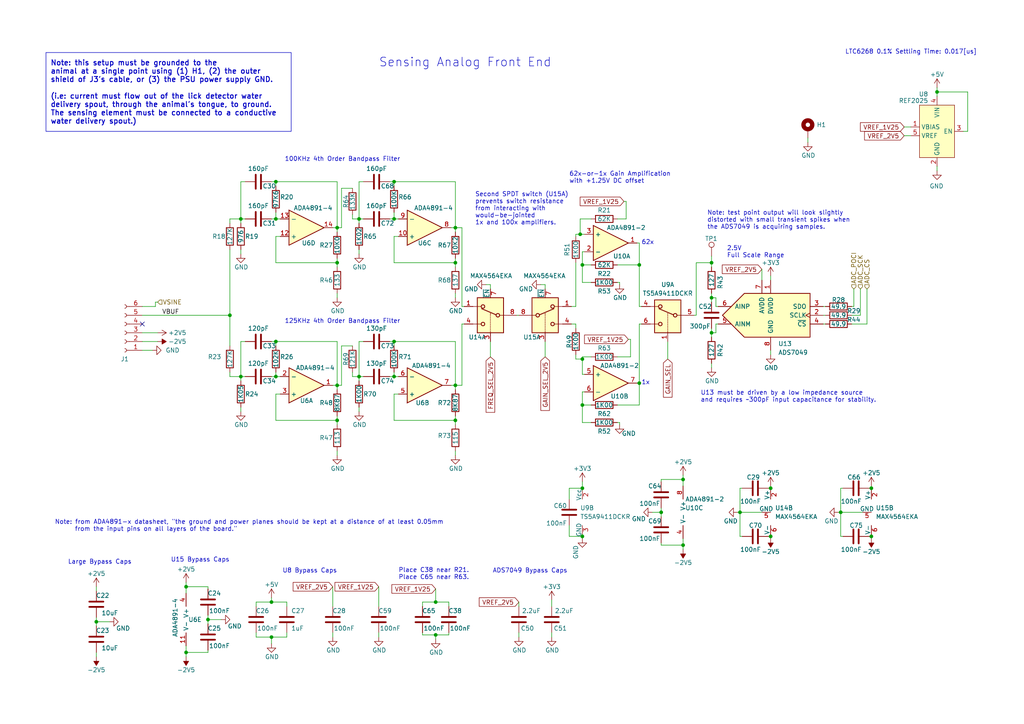
<source format=kicad_sch>
(kicad_sch (version 20231120) (generator "eeschema") (generator_version "8.0")
  (paper "A4")
  (title_block (title "Lickety Split Capacitive Lick Detector Main Board") (date "2023-09-01") (rev "1.0.0") (company "The Allen Institute for Neural Dynamics"))
  (junction (at 80.01 99.06))
  (junction (at 66.675 91.44))
  (junction (at 97.79 66.04))
  (junction (at 53.975 189.23))
  (junction (at 132.08 76.2))
  (junction (at 223.52 141.605))
  (junction (at 114.3 63.5))
  (junction (at 198.12 158.115))
  (junction (at 132.08 66.04))
  (junction (at 191.77 148.59))
  (junction (at 78.74 174.625))
  (junction (at 271.78 26.67))
  (junction (at 97.79 121.92))
  (junction (at 243.84 148.59))
  (junction (at 69.85 63.5))
  (junction (at 185.42 111.125))
  (junction (at 126.365 184.15))
  (junction (at 168.91 155.575))
  (junction (at 78.74 184.785))
  (junction (at 214.63 148.59))
  (junction (at 80.01 109.22))
  (junction (at 168.275 67.945))
  (junction (at 114.3 99.06))
  (junction (at 126.365 174.625))
  (junction (at 114.3 109.22))
  (junction (at 69.85 109.22))
  (junction (at 206.375 86.36))
  (junction (at 114.3 52.705))
  (junction (at 104.14 63.5))
  (junction (at 60.325 179.705))
  (junction (at 27.94 180.34))
  (junction (at 185.42 76.835))
  (junction (at 206.375 76.2))
  (junction (at 132.08 111.76))
  (junction (at 168.91 141.605))
  (junction (at 223.52 155.575))
  (junction (at 80.01 63.5))
  (junction (at 132.08 121.92))
  (junction (at 198.12 139.065))
  (junction (at 252.73 141.605))
  (junction (at 168.91 104.14))
  (junction (at 53.975 170.18))
  (junction (at 252.73 155.575))
  (junction (at 104.14 109.22))
  (junction (at 168.91 117.475))
  (junction (at 168.91 76.835))
  (junction (at 80.01 52.705))
  (junction (at 206.375 96.52))
  (junction (at 97.79 111.76))
  (junction (at 97.79 76.2))
  (no_connect (at 41.275 93.98))
  (wire (pts (xy 179.07 117.475) (xy 185.42 117.475)))
  (wire (pts (xy 133.985 93.98) (xy 134.62 93.98)))
  (wire (pts (xy 160.02 173.99) (xy 160.02 175.895)))
  (wire (pts (xy 96.52 111.76) (xy 97.79 111.76)))
  (wire (pts (xy 168.91 76.835) (xy 171.45 76.835)))
  (wire (pts (xy 150.495 175.895) (xy 150.495 174.625)))
  (wire (pts (xy 180.975 58.42) (xy 181.61 58.42)))
  (wire (pts (xy 207.645 96.52) (xy 206.375 96.52)))
  (wire (pts (xy 122.555 183.515) (xy 122.555 184.15)))
  (wire (pts (xy 66.675 63.5) (xy 66.675 64.77)))
  (wire (pts (xy 244.475 155.575) (xy 243.84 155.575)))
  (wire (pts (xy 249.555 83.82) (xy 249.555 91.44)))
  (wire (pts (xy 115.57 68.58) (xy 114.3 68.58)))
  (wire (pts (xy 69.85 72.39) (xy 69.85 73.66)))
  (wire (pts (xy 182.88 103.505) (xy 179.07 103.505)))
  (wire (pts (xy 114.3 109.22) (xy 113.03 109.22)))
  (wire (pts (xy 113.03 99.06) (xy 114.3 99.06)))
  (wire (pts (xy 168.275 63.5) (xy 171.45 63.5)))
  (wire (pts (xy 206.375 85.09) (xy 206.375 86.36)))
  (wire (pts (xy 167.005 76.2) (xy 167.005 88.9)))
  (wire (pts (xy 185.42 111.125) (xy 185.42 117.475)))
  (wire (pts (xy 122.555 184.15) (xy 126.365 184.15)))
  (wire (pts (xy 167.005 104.14) (xy 168.91 104.14)))
  (wire (pts (xy 238.76 91.44) (xy 239.395 91.44)))
  (wire (pts (xy 69.85 99.06) (xy 69.85 109.22)))
  (wire (pts (xy 80.01 121.92) (xy 97.79 121.92)))
  (wire (pts (xy 78.74 174.625) (xy 83.185 174.625)))
  (wire (pts (xy 80.01 63.5) (xy 78.74 63.5)))
  (wire (pts (xy 69.85 52.705) (xy 69.85 63.5)))
  (wire (pts (xy 238.76 88.9) (xy 239.395 88.9)))
  (wire (pts (xy 214.63 141.605) (xy 215.265 141.605)))
  (wire (pts (xy 280.67 26.67) (xy 271.78 26.67)))
  (wire (pts (xy 201.93 91.44) (xy 201.93 76.2)))
  (wire (pts (xy 97.79 52.705) (xy 97.79 66.04)))
  (wire (pts (xy 60.325 179.705) (xy 64.135 179.705)))
  (wire (pts (xy 222.885 155.575) (xy 223.52 155.575)))
  (wire (pts (xy 104.14 64.77) (xy 104.14 63.5)))
  (wire (pts (xy 97.79 111.76) (xy 97.79 113.03)))
  (wire (pts (xy 53.975 170.18) (xy 60.325 170.18)))
  (wire (pts (xy 80.01 52.705) (xy 80.01 53.975)))
  (wire (pts (xy 214.63 148.59) (xy 220.98 148.59)))
  (wire (pts (xy 198.12 158.115) (xy 191.77 158.115)))
  (wire (pts (xy 206.375 105.41) (xy 206.375 106.68)))
  (wire (pts (xy 102.235 100.33) (xy 99.06 100.33)))
  (wire (pts (xy 80.01 61.595) (xy 80.01 63.5)))
  (wire (pts (xy 102.235 63.5) (xy 104.14 63.5)))
  (wire (pts (xy 60.325 170.815) (xy 60.325 170.18)))
  (wire (pts (xy 99.06 54.61) (xy 102.235 54.61)))
  (wire (pts (xy 104.14 110.49) (xy 104.14 109.22)))
  (wire (pts (xy 66.675 109.22) (xy 66.675 107.95)))
  (wire (pts (xy 80.01 68.58) (xy 80.01 76.2)))
  (wire (pts (xy 150.495 183.515) (xy 150.495 184.785)))
  (wire (pts (xy 181.61 58.42) (xy 181.61 63.5)))
  (wire (pts (xy 104.14 52.705) (xy 104.14 63.5)))
  (wire (pts (xy 168.91 103.505) (xy 171.45 103.505)))
  (wire (pts (xy 182.88 98.425) (xy 182.88 103.505)))
  (wire (pts (xy 105.41 63.5) (xy 104.14 63.5)))
  (wire (pts (xy 238.76 93.98) (xy 239.395 93.98)))
  (wire (pts (xy 114.3 52.705) (xy 114.3 53.975)))
  (wire (pts (xy 53.975 168.91) (xy 53.975 170.18)))
  (wire (pts (xy 158.115 99.06) (xy 158.115 103.505)))
  (wire (pts (xy 160.02 184.785) (xy 160.02 183.515)))
  (wire (pts (xy 168.91 155.575) (xy 168.91 156.21)))
  (wire (pts (xy 83.185 183.515) (xy 83.185 184.785)))
  (wire (pts (xy 179.705 81.915) (xy 179.705 82.55)))
  (wire (pts (xy 83.185 175.895) (xy 83.185 174.625)))
  (wire (pts (xy 27.94 180.34) (xy 31.75 180.34)))
  (wire (pts (xy 198.12 156.21) (xy 198.12 158.115)))
  (wire (pts (xy 223.52 140.97) (xy 223.52 141.605)))
  (wire (pts (xy 130.175 184.15) (xy 130.175 183.515)))
  (wire (pts (xy 207.645 88.9) (xy 207.645 86.36)))
  (wire (pts (xy 222.885 141.605) (xy 223.52 141.605)))
  (wire (pts (xy 27.94 189.23) (xy 27.94 190.5)))
  (wire (pts (xy 45.085 87.63) (xy 45.085 88.9)))
  (wire (pts (xy 223.52 101.6) (xy 223.52 102.87)))
  (wire (pts (xy 97.79 121.92) (xy 97.79 123.19)))
  (wire (pts (xy 142.24 82.55) (xy 140.97 82.55)))
  (wire (pts (xy 114.3 61.595) (xy 114.3 63.5)))
  (wire (pts (xy 179.705 122.555) (xy 179.705 123.19)))
  (wire (pts (xy 168.91 113.665) (xy 169.545 113.665)))
  (wire (pts (xy 113.03 52.705) (xy 114.3 52.705)))
  (wire (pts (xy 149.86 91.44) (xy 150.495 91.44)))
  (wire (pts (xy 167.005 102.87) (xy 167.005 104.14)))
  (wire (pts (xy 168.91 76.835) (xy 168.91 81.915)))
  (wire (pts (xy 280.67 38.1) (xy 279.4 38.1)))
  (wire (pts (xy 126.365 170.815) (xy 126.365 174.625)))
  (wire (pts (xy 165.735 93.98) (xy 167.005 93.98)))
  (wire (pts (xy 243.84 148.59) (xy 243.84 141.605)))
  (wire (pts (xy 60.325 179.705) (xy 60.325 180.975)))
  (wire (pts (xy 114.3 99.06) (xy 132.08 99.06)))
  (wire (pts (xy 142.24 99.06) (xy 142.24 103.505)))
  (wire (pts (xy 41.275 91.44) (xy 66.675 91.44)))
  (wire (pts (xy 81.28 68.58) (xy 80.01 68.58)))
  (wire (pts (xy 78.74 174.625) (xy 78.74 173.355)))
  (wire (pts (xy 185.42 93.98) (xy 185.42 111.125)))
  (wire (pts (xy 165.1 141.605) (xy 168.91 141.605)))
  (wire (pts (xy 252.73 155.575) (xy 252.73 156.21)))
  (wire (pts (xy 185.42 76.835) (xy 185.42 88.9)))
  (wire (pts (xy 71.12 52.705) (xy 69.85 52.705)))
  (wire (pts (xy 252.73 141.605) (xy 252.73 142.24)))
  (wire (pts (xy 247.65 83.82) (xy 247.65 88.9)))
  (wire (pts (xy 223.52 141.605) (xy 223.52 142.24)))
  (wire (pts (xy 156.845 82.55) (xy 158.115 82.55)))
  (wire (pts (xy 69.85 109.22) (xy 71.12 109.22)))
  (wire (pts (xy 80.01 109.22) (xy 81.28 109.22)))
  (wire (pts (xy 223.52 154.94) (xy 223.52 155.575)))
  (wire (pts (xy 167.005 93.98) (xy 167.005 95.25)))
  (wire (pts (xy 207.645 93.98) (xy 207.645 96.52)))
  (wire (pts (xy 191.77 139.7) (xy 191.77 139.065)))
  (wire (pts (xy 179.07 63.5) (xy 181.61 63.5)))
  (wire (pts (xy 114.3 63.5) (xy 115.57 63.5)))
  (wire (pts (xy 223.52 80.01) (xy 223.52 81.28)))
  (wire (pts (xy 104.14 99.06) (xy 104.14 109.22)))
  (wire (pts (xy 179.07 81.915) (xy 179.705 81.915)))
  (wire (pts (xy 252.095 141.605) (xy 252.73 141.605)))
  (wire (pts (xy 71.12 99.06) (xy 69.85 99.06)))
  (wire (pts (xy 105.41 52.705) (xy 104.14 52.705)))
  (wire (pts (xy 122.555 174.625) (xy 126.365 174.625)))
  (wire (pts (xy 158.115 82.55) (xy 158.115 83.82)))
  (wire (pts (xy 122.555 175.895) (xy 122.555 174.625)))
  (wire (pts (xy 206.375 95.25) (xy 206.375 96.52)))
  (wire (pts (xy 167.005 88.9) (xy 165.735 88.9)))
  (wire (pts (xy 78.74 184.785) (xy 74.295 184.785)))
  (wire (pts (xy 133.985 93.98) (xy 133.985 111.76)))
  (wire (pts (xy 27.94 170.18) (xy 27.94 171.45)))
  (wire (pts (xy 104.14 72.39) (xy 104.14 73.66)))
  (wire (pts (xy 133.985 88.9) (xy 134.62 88.9)))
  (wire (pts (xy 234.315 40.005) (xy 234.315 41.275)))
  (wire (pts (xy 96.52 170.18) (xy 96.52 175.895)))
  (wire (pts (xy 249.555 91.44) (xy 247.015 91.44)))
  (wire (pts (xy 45.72 96.52) (xy 41.275 96.52)))
  (wire (pts (xy 80.01 114.3) (xy 80.01 121.92)))
  (wire (pts (xy 126.365 184.15) (xy 130.175 184.15)))
  (wire (pts (xy 168.91 117.475) (xy 168.91 122.555)))
  (wire (pts (xy 193.675 104.14) (xy 193.675 99.06)))
  (wire (pts (xy 168.91 154.94) (xy 168.91 155.575)))
  (wire (pts (xy 78.74 99.06) (xy 80.01 99.06)))
  (wire (pts (xy 78.74 184.785) (xy 78.74 186.69)))
  (wire (pts (xy 114.3 109.22) (xy 115.57 109.22)))
  (wire (pts (xy 168.91 81.915) (xy 171.45 81.915)))
  (wire (pts (xy 97.79 85.09) (xy 97.79 86.36)))
  (wire (pts (xy 191.77 147.32) (xy 191.77 148.59)))
  (wire (pts (xy 213.995 148.59) (xy 214.63 148.59)))
  (wire (pts (xy 80.01 63.5) (xy 81.28 63.5)))
  (wire (pts (xy 69.85 63.5) (xy 71.12 63.5)))
  (wire (pts (xy 223.52 155.575) (xy 223.52 156.21)))
  (wire (pts (xy 201.93 76.2) (xy 206.375 76.2)))
  (wire (pts (xy 80.01 109.22) (xy 78.74 109.22)))
  (wire (pts (xy 74.295 175.895) (xy 74.295 174.625)))
  (wire (pts (xy 27.94 179.07) (xy 27.94 180.34)))
  (wire (pts (xy 102.235 109.22) (xy 102.235 107.95)))
  (wire (pts (xy 251.46 93.98) (xy 247.015 93.98)))
  (wire (pts (xy 264.16 36.83) (xy 262.255 36.83)))
  (wire (pts (xy 206.375 77.47) (xy 206.375 76.2)))
  (wire (pts (xy 132.08 111.76) (xy 132.08 113.03)))
  (wire (pts (xy 247.65 88.9) (xy 247.015 88.9)))
  (wire (pts (xy 198.12 139.065) (xy 191.77 139.065)))
  (wire (pts (xy 97.79 76.2) (xy 97.79 74.93)))
  (wire (pts (xy 45.72 99.06) (xy 41.275 99.06)))
  (wire (pts (xy 220.98 78.105) (xy 220.98 81.28)))
  (wire (pts (xy 167.005 67.945) (xy 168.275 67.945)))
  (wire (pts (xy 102.235 109.22) (xy 104.14 109.22)))
  (wire (pts (xy 132.08 130.81) (xy 132.08 132.08)))
  (wire (pts (xy 165.1 144.78) (xy 165.1 141.605)))
  (wire (pts (xy 198.12 158.115) (xy 198.12 159.385)))
  (wire (pts (xy 53.975 187.325) (xy 53.975 189.23)))
  (wire (pts (xy 126.365 174.625) (xy 130.175 174.625)))
  (wire (pts (xy 252.73 154.94) (xy 252.73 155.575)))
  (wire (pts (xy 168.275 67.945) (xy 168.275 63.5)))
  (wire (pts (xy 207.645 86.36) (xy 206.375 86.36)))
  (wire (pts (xy 132.08 76.2) (xy 132.08 74.93)))
  (wire (pts (xy 168.275 67.945) (xy 169.545 67.945)))
  (wire (pts (xy 97.79 76.2) (xy 97.79 77.47)))
  (wire (pts (xy 97.79 99.06) (xy 97.79 111.76)))
  (wire (pts (xy 206.375 96.52) (xy 206.375 97.79)))
  (wire (pts (xy 142.24 83.82) (xy 142.24 82.55)))
  (wire (pts (xy 206.375 74.295) (xy 206.375 76.2)))
  (wire (pts (xy 104.14 118.11) (xy 104.14 119.38)))
  (wire (pts (xy 80.01 52.705) (xy 97.79 52.705)))
  (wire (pts (xy 168.91 141.605) (xy 168.91 142.24)))
  (wire (pts (xy 69.85 64.77) (xy 69.85 63.5)))
  (wire (pts (xy 271.78 26.67) (xy 271.78 27.94)))
  (wire (pts (xy 132.08 85.09) (xy 132.08 86.36)))
  (wire (pts (xy 280.67 26.67) (xy 280.67 38.1)))
  (wire (pts (xy 45.72 87.63) (xy 45.085 87.63)))
  (wire (pts (xy 80.01 76.2) (xy 97.79 76.2)))
  (wire (pts (xy 97.79 130.81) (xy 97.79 132.08)))
  (wire (pts (xy 114.3 114.3) (xy 114.3 121.92)))
  (wire (pts (xy 114.3 68.58) (xy 114.3 76.2)))
  (wire (pts (xy 132.08 121.92) (xy 132.08 123.19)))
  (wire (pts (xy 171.45 122.555) (xy 168.91 122.555)))
  (wire (pts (xy 114.3 99.06) (xy 114.3 100.33)))
  (wire (pts (xy 208.28 88.9) (xy 207.645 88.9)))
  (wire (pts (xy 185.42 111.125) (xy 184.785 111.125)))
  (wire (pts (xy 66.675 109.22) (xy 69.85 109.22)))
  (wire (pts (xy 243.84 148.59) (xy 250.19 148.59)))
  (wire (pts (xy 99.06 111.76) (xy 97.79 111.76)))
  (wire (pts (xy 179.07 122.555) (xy 179.705 122.555)))
  (wire (pts (xy 27.94 180.34) (xy 27.94 181.61)))
  (wire (pts (xy 271.78 48.26) (xy 271.78 49.53)))
  (wire (pts (xy 133.985 66.04) (xy 133.985 88.9)))
  (wire (pts (xy 201.93 91.44) (xy 201.295 91.44)))
  (wire (pts (xy 168.91 104.14) (xy 168.91 108.585)))
  (wire (pts (xy 53.975 170.18) (xy 53.975 172.085)))
  (wire (pts (xy 115.57 114.3) (xy 114.3 114.3)))
  (wire (pts (xy 114.3 121.92) (xy 132.08 121.92)))
  (wire (pts (xy 81.28 114.3) (xy 80.01 114.3)))
  (wire (pts (xy 165.1 152.4) (xy 165.1 155.575)))
  (wire (pts (xy 215.265 155.575) (xy 214.63 155.575)))
  (wire (pts (xy 114.3 52.705) (xy 132.08 52.705)))
  (wire (pts (xy 97.79 66.04) (xy 99.06 66.04)))
  (wire (pts (xy 74.295 174.625) (xy 78.74 174.625)))
  (wire (pts (xy 271.78 25.4) (xy 271.78 26.67)))
  (wire (pts (xy 114.3 76.2) (xy 132.08 76.2)))
  (wire (pts (xy 74.295 184.785) (xy 74.295 183.515)))
  (wire (pts (xy 80.01 107.95) (xy 80.01 109.22)))
  (wire (pts (xy 80.01 99.06) (xy 97.79 99.06)))
  (wire (pts (xy 168.91 73.025) (xy 168.91 76.835)))
  (wire (pts (xy 99.06 54.61) (xy 99.06 66.04)))
  (wire (pts (xy 132.08 99.06) (xy 132.08 111.76)))
  (wire (pts (xy 198.12 137.795) (xy 198.12 139.065)))
  (wire (pts (xy 185.42 93.98) (xy 186.055 93.98)))
  (wire (pts (xy 214.63 155.575) (xy 214.63 148.59)))
  (wire (pts (xy 168.91 103.505) (xy 168.91 104.14)))
  (wire (pts (xy 130.81 111.76) (xy 132.08 111.76)))
  (wire (pts (xy 53.975 189.23) (xy 53.975 190.5)))
  (wire (pts (xy 69.85 118.11) (xy 69.85 119.38)))
  (wire (pts (xy 45.085 88.9) (xy 41.275 88.9)))
  (wire (pts (xy 182.245 98.425) (xy 182.88 98.425)))
  (wire (pts (xy 214.63 148.59) (xy 214.63 141.605)))
  (wire (pts (xy 109.855 183.515) (xy 109.855 184.785)))
  (wire (pts (xy 66.675 91.44) (xy 66.675 100.33)))
  (wire (pts (xy 168.91 117.475) (xy 171.45 117.475)))
  (wire (pts (xy 168.91 73.025) (xy 169.545 73.025)))
  (wire (pts (xy 78.74 184.785) (xy 83.185 184.785)))
  (wire (pts (xy 185.42 76.835) (xy 185.42 70.485)))
  (wire (pts (xy 185.42 88.9) (xy 186.055 88.9)))
  (wire (pts (xy 126.365 184.15) (xy 126.365 185.42)))
  (wire (pts (xy 132.08 66.04) (xy 133.985 66.04)))
  (wire (pts (xy 132.08 121.92) (xy 132.08 120.65)))
  (wire (pts (xy 60.325 188.595) (xy 60.325 189.23)))
  (wire (pts (xy 109.855 170.18) (xy 109.855 175.895)))
  (wire (pts (xy 185.42 70.485) (xy 184.785 70.485)))
  (wire (pts (xy 243.205 148.59) (xy 243.84 148.59)))
  (wire (pts (xy 114.3 63.5) (xy 113.03 63.5)))
  (wire (pts (xy 206.375 86.36) (xy 206.375 87.63)))
  (wire (pts (xy 191.77 148.59) (xy 191.77 149.86)))
  (wire (pts (xy 252.73 140.97) (xy 252.73 141.605)))
  (wire (pts (xy 243.84 155.575) (xy 243.84 148.59)))
  (wire (pts (xy 132.08 52.705) (xy 132.08 66.04)))
  (wire (pts (xy 132.08 76.2) (xy 132.08 77.47)))
  (wire (pts (xy 41.275 101.6) (xy 44.196 101.6)))
  (wire (pts (xy 53.975 189.23) (xy 60.325 189.23)))
  (wire (pts (xy 69.85 110.49) (xy 69.85 109.22)))
  (wire (pts (xy 191.77 148.59) (xy 189.23 148.59)))
  (wire (pts (xy 191.77 157.48) (xy 191.77 158.115)))
  (wire (pts (xy 264.16 39.37) (xy 262.255 39.37)))
  (wire (pts (xy 167.005 67.945) (xy 167.005 68.58)))
  (wire (pts (xy 132.08 66.04) (xy 130.81 66.04)))
  (wire (pts (xy 198.12 139.065) (xy 198.12 140.97)))
  (wire (pts (xy 99.06 100.33) (xy 99.06 111.76)))
  (wire (pts (xy 60.325 178.435) (xy 60.325 179.705)))
  (wire (pts (xy 96.52 183.515) (xy 96.52 184.785)))
  (wire (pts (xy 243.84 141.605) (xy 244.475 141.605)))
  (wire (pts (xy 130.175 174.625) (xy 130.175 175.895)))
  (wire (pts (xy 66.675 63.5) (xy 69.85 63.5)))
  (wire (pts (xy 208.28 93.98) (xy 207.645 93.98)))
  (wire (pts (xy 168.91 113.665) (xy 168.91 117.475)))
  (wire (pts (xy 132.08 67.31) (xy 132.08 66.04)))
  (wire (pts (xy 78.74 52.705) (xy 80.01 52.705)))
  (wire (pts (xy 251.46 83.82) (xy 251.46 93.98)))
  (wire (pts (xy 165.1 155.575) (xy 168.91 155.575)))
  (wire (pts (xy 66.675 72.39) (xy 66.675 91.44)))
  (wire (pts (xy 105.41 99.06) (xy 104.14 99.06)))
  (wire (pts (xy 97.79 66.04) (xy 96.52 66.04)))
  (wire (pts (xy 102.235 62.23) (xy 102.235 63.5)))
  (wire (pts (xy 132.08 111.76) (xy 133.985 111.76)))
  (wire (pts (xy 252.095 155.575) (xy 252.73 155.575)))
  (wire (pts (xy 168.91 139.7) (xy 168.91 141.605)))
  (wire (pts (xy 179.07 76.835) (xy 185.42 76.835)))
  (wire (pts (xy 80.01 99.06) (xy 80.01 100.33)))
  (wire (pts (xy 168.91 108.585) (xy 169.545 108.585)))
  (wire (pts (xy 97.79 121.92) (xy 97.79 120.65)))
  (wire (pts (xy 104.14 109.22) (xy 105.41 109.22)))
  (wire (pts (xy 114.3 107.95) (xy 114.3 109.22)))
  (wire (pts (xy 97.79 67.31) (xy 97.79 66.04)))
  (rectangle (start 13.335 15.24) (end 84.455 38.1))
  (text "LTC6268 0.1% Settling Time: 0.017[us]" (at 245.11 15.875 0) (effects (font (size 1.27 1.27)) (justify left bottom)))
  (text "125KHz 4th Order Bandpass Filter" (at 82.55 93.98 0) (effects (font (size 1.27 1.27)) (justify left bottom)))
  (text "100KHz 4th Order Bandpass Filter" (at 82.55 46.99 0) (effects (font (size 1.27 1.27)) (justify left bottom)))
  (text "U13 must be driven by a low impedance source \nand requires ~300pF input capacitance for stability." (at 203.2 116.84 0) (effects (font (size 1.27 1.27)) (justify left bottom)))
  (text "Sensing Analog Front End" (at 109.855 19.685 0) (effects (font (size 2.54 2.54)) (justify left bottom)))
  (text "U15 Bypass Caps" (at 49.53 163.195 0) (effects (font (size 1.27 1.27)) (justify left bottom)))
  (text "62x" (at 186.055 71.12 0) (effects (font (size 1.27 1.27)) (justify left bottom)))
  (text "Place C38 near R21.\nPlace C65 near R63." (at 115.57 168.275 0) (effects (font (size 1.27 1.27)) (justify left bottom)))
  (text "62x-or-1x Gain Amplification\nwith +1.25V DC offset" (at 165.1 53.34 0) (effects (font (size 1.27 1.27)) (justify left bottom)))
  (text "Note: this setup must be grounded to the \nanimal at a single point using (1) H1, (2) the outer\nshield of J3's cable, or (3) the PSU power supply GND.\n\n(i.e: current must flow out of the lick detector water \ndelivery spout, through the animal's tongue, to ground. \nThe sensing element must be connected to a conductive \nwater delivery spout.) " (at 14.605 36.195 0) (effects (font (size 1.5 1.5) (thickness 0.254) (bold yes)) (justify left bottom)))
  (text "Large Bypass Caps" (at 19.685 163.83 0) (effects (font (size 1.27 1.27)) (justify left bottom)))
  (text "2.5V \nFull Scale Range" (at 210.82 74.93 0) (effects (font (size 1.27 1.27)) (justify left bottom)))
  (text "Second SPDT switch (U15A)\nprevents switch resistance\nfrom interacting with\nwould-be-jointed\n1x and 100x amplifiers." (at 137.795 65.405 0) (effects (font (size 1.27 1.27)) (justify left bottom)))
  (text "Note: test point output will look slightly \ndistorted with small transient spikes when\nthe ADS7049 is acquiring samples." (at 205.105 66.675 0) (effects (font (size 1.27 1.27)) (justify left bottom)))
  (text "ADS7049 Bypass Caps" (at 142.875 166.37 0) (effects (font (size 1.27 1.27)) (justify left bottom)))
  (text "Note: from ADA4891-x datasheet, \"the ground and power planes should be kept at a distance of at least 0.05mm\n      from the input pins on all layers of the board.\"" (at 15.875 154.305 0) (effects (font (size 1.27 1.27)) (justify left bottom)))
  (text "1x" (at 186.055 111.76 0) (effects (font (size 1.27 1.27)) (justify left bottom)))
  (text "U8 Bypass Caps" (at 81.915 166.37 0) (effects (font (size 1.27 1.27)) (justify left bottom)))
  (label "VBUF" (at 46.99 91.44 0))
  (global_label "VREF_1V25" (shape input) (at 109.855 170.18 180) (property "Intersheetrefs" "${INTERSHEET_REFS}" (effects (hide yes))))
  (global_label "VREF_2V5" (shape input) (at 96.52 170.18 180) (property "Intersheetrefs" "${INTERSHEET_REFS}" (effects (hide yes))))
  (global_label "VREF_1V25" (shape input) (at 262.255 36.83 180) (property "Intersheetrefs" "${INTERSHEET_REFS}" (effects (hide yes))))
  (global_label "VREF_1V25" (shape input) (at 180.975 58.42 180) (property "Intersheetrefs" "${INTERSHEET_REFS}" (effects (hide yes))))
  (global_label "GAIN_SEL" (shape input) (at 193.675 104.14 270) (property "Intersheetrefs" "${INTERSHEET_REFS}" (effects (hide yes))))
  (global_label "FREQ_SEL_2V5" (shape input) (at 142.24 103.505 270) (property "Intersheetrefs" "${INTERSHEET_REFS}" (effects (hide yes))))
  (global_label "VREF_2V5" (shape input) (at 262.255 39.37 180) (property "Intersheetrefs" "${INTERSHEET_REFS}" (effects (hide yes))))
  (global_label "GAIN_SEL_2V5" (shape input) (at 158.115 103.505 270) (property "Intersheetrefs" "${INTERSHEET_REFS}" (effects (hide yes))))
  (global_label "VREF_2V5" (shape input) (at 150.495 174.625 180) (property "Intersheetrefs" "${INTERSHEET_REFS}" (effects (hide yes))))
  (global_label "VREF_1V25" (shape input) (at 126.365 170.815 180) (property "Intersheetrefs" "${INTERSHEET_REFS}" (effects (hide yes))))
  (global_label "VREF_1V25" (shape input) (at 182.245 98.425 180) (property "Intersheetrefs" "${INTERSHEET_REFS}" (effects (hide yes))))
  (global_label "VREF_2V5" (shape input) (at 220.98 78.105 180) (property "Intersheetrefs" "${INTERSHEET_REFS}" (effects (hide yes))))
  (hierarchical_label "ADC_CS" (shape input) (at 251.46 83.82 90))
  (hierarchical_label "ADC_SCK" (shape input) (at 249.555 83.82 90))
  (hierarchical_label "VSINE" (shape input) (at 45.72 87.63 0))
  (hierarchical_label "ADC_POCI" (shape input) (at 247.65 83.82 90))
  (symbol (lib_id "Device:R") (at 175.26 63.5 270) (unit 1)
    (property "Reference" "R21" (at 175.26 60.96 90))
    (property "Value" "62K" (at 175.26 63.5 90))
    (property "Footprint" "Resistor_SMD:R_0402_1005Metric" (effects (hide yes)))
    (property "Datasheet" "https://www.yageo.com/upload/media/product/app/datasheet/rchip/pyu-rt_1-to-0.01_rohs_l.pdf" (effects (hide yes)))
    (property "Link" "https://www.digikey.com/en/products/detail/yageo/RT0402BRD0762KL/1069354" (effects (hide yes)))
    (property "Manufacturer" "Yageo" (effects (hide yes)))
    (property "Manufacturer Number" "RT0402BRD0762KL" (effects (hide yes)))
    (property "Tolerance" "0.1%" (effects (hide yes)))
  )
  (symbol (lib_id "power:GND") (at 104.14 73.66 0) (unit 1)
    (property "Reference" "#PWR0134" (effects (hide yes)))
    (property "Value" "GND" (at 102.235 77.47 0) (effects (justify left)))
  )
  (symbol (lib_id "power:GND") (at 243.205 148.59 270) (unit 1)
    (property "Reference" "#PWR0137" (effects (hide yes)))
    (property "Value" "GND" (at 243.205 151.13 90) (effects (justify right)))
  )
  (symbol (lib_id "kicad_component_library:ADA4891-4") (at 120.65 111.76 0) (mirror x) (unit 2)
    (property "Reference" "U6" (at 122.555 116.84 0))
    (property "Value" "ADA4891-4" (at 125.095 106.045 0))
    (property "Footprint" "Package_SO:TSSOP-14_4.4x5mm_P0.65mm" (effects (hide yes)))
    (property "Datasheet" "https://www.analog.com/media/en/technical-documentation/data-sheets/ADA4891-1_4891-2_4891-3_4891-4.PDF" (effects (hide yes)))
    (property "Manufacturer" "Analog Devices Inc." (effects (hide yes)))
    (property "Manufacturer Number" "ADA4891-4WARUZ-R7" (effects (hide yes)))
    (property "Link" "https://www.digikey.com/en/products/detail/analog-devices-inc/ADA4891-4WARUZ-R7/4915090" (effects (hide yes)))
    (property "Notes" "Recommended bypass capacitor size is 0508." (effects (hide yes)))
  )
  (symbol (lib_id "power:GND") (at 271.78 49.53 0) (mirror y) (unit 1)
    (property "Reference" "#PWR071" (effects (hide yes)))
    (property "Value" "GND" (at 273.685 53.975 0) (effects (justify left)))
  )
  (symbol (lib_id "power:+2V5") (at 45.72 96.52 270) (mirror x) (unit 1)
    (property "Reference" "#PWR046" (effects (hide yes)))
    (property "Value" "+2V5" (at 51.435 96.52 90))
  )
  (symbol (lib_id "Device:R") (at 132.08 81.28 180) (unit 1)
    (property "Reference" "R68" (at 128.905 81.28 0))
    (property "Value" "137" (at 132.08 81.28 90))
    (property "Footprint" "Resistor_SMD:R_0402_1005Metric" (effects (hide yes)))
    (property "Datasheet" "https://industrial.panasonic.com/cdbs/www-data/pdf/RDM0000/AOA0000C307.pdf" (effects (hide yes)))
    (property "Tolerance" "0.1%" (effects (hide yes)))
    (property "Link" "https://www.digikey.com/en/products/detail/panasonic-electronic-components/ERA-2AEB1370X/2025974" (effects (hide yes)))
    (property "Manufacturer" "Panasonic Electronic Components" (effects (hide yes)))
    (property "Manufacturer Number" "ERA-2AEB1370X" (effects (hide yes)))
  )
  (symbol (lib_id "power:+2V5") (at 252.73 140.97 0) (unit 1)
    (property "Reference" "#PWR0144" (effects (hide yes)))
    (property "Value" "+2V5" (at 252.73 137.16 0))
  )
  (symbol (lib_id "Device:C") (at 160.02 179.705 180) (unit 1)
    (property "Reference" "C51" (at 164.465 182.245 0) (effects (justify left)))
    (property "Value" "2.2uF" (at 166.37 177.165 0) (effects (justify left)))
    (property "Footprint" "Capacitor_SMD:C_0402_1005Metric" (effects (hide yes)))
    (property "Datasheet" "https://search.murata.co.jp/Ceramy/image/img/A01X/G101/ENG/GRM155Z71A225KE01-01.pdf" (effects (hide yes)))
    (property "Link" "https://www.digikey.com/en/products/detail/murata-electronics/GRM155Z71A225KE01D/13905066" (effects (hide yes)))
    (property "Manufacturer" "Murata Electronics" (effects (hide yes)))
    (property "Manufacturer Number" "GRM155Z71A225KE01D" (effects (hide yes)))
    (property "Rated Voltage" "10V" (effects (hide yes)))
    (property "Temperature Coefficient" "X7R" (effects (hide yes)))
    (property "Vendor Number" "490-GRM155Z71A225KE01DDKR-ND" (effects (hide yes)))
  )
  (symbol (lib_id "power:GND") (at 132.08 86.36 0) (unit 1)
    (property "Reference" "#PWR0140" (effects (hide yes)))
    (property "Value" "GND" (at 130.175 90.17 0) (effects (justify left)))
  )
  (symbol (lib_id "Connector:Conn_01x06_Female") (at 36.195 96.52 180) (unit 1)
    (property "Reference" "J1" (at 36.195 104.14 0))
    (property "Value" "Conn_01x06_Female" (effects (hide yes)))
    (property "Footprint" "Connector_JST:JST_SH_SM06B-SRSS-TB_1x06-1MP_P1.00mm_Horizontal" (effects (hide yes)))
    (property "Datasheet" "https://www.farnell.com/datasheets/2082363.pdf" (effects (hide yes)))
    (property "Link" "https://www.newark.com/jst-japan-solderless-terminals/sm06b-srss-tb-lf-sn/connector-header-6pos-1row-1mm/dp/33P8182?ost=sm06b-srss-tb%28lf%29%28sn%29" (effects (hide yes)))
    (property "Manufacturer Num" "SM06B-SRSS-TB(LF)(SN)" (effects (hide yes)))
    (property "Vendor" "Newark" (effects (hide yes)))
    (property "Vendor Num" "33P8182" (effects (hide yes)))
  )
  (symbol (lib_id "Device:R") (at 102.235 58.42 180) (unit 1)
    (property "Reference" "R64" (at 100.33 58.42 90))
    (property "Value" "133K" (at 102.235 58.42 90))
    (property "Footprint" "Resistor_SMD:R_0402_1005Metric" (effects (hide yes)))
    (property "Datasheet" "https://www.te.com/usa-en/product-2176308-1.datasheet.pdf" (effects (hide yes)))
    (property "Link" "https://www.digikey.com/en/products/detail/te-connectivity-passive-product/RP73PF1E133KBTD/8261065" (effects (hide yes)))
    (property "Tolerance" "0.1%" (effects (hide yes)))
    (property "Manufacturer" "TE Connectivity Passive Product" (effects (hide yes)))
    (property "Manufacturer Number" "RP73PF1E133KBTD" (effects (hide yes)))
  )
  (symbol (lib_id "Device:C") (at 60.325 174.625 180) (unit 1)
    (property "Reference" "C24" (at 64.135 172.085 0) (effects (justify left)))
    (property "Value" "100nF" (at 66.675 177.165 0) (effects (justify left)))
    (property "Footprint" "Capacitor_SMD:C_0603_1608Metric" (effects (hide yes)))
    (property "Datasheet" "https://mm.digikey.com/Volume0/opasdata/d220001/medias/docus/609/CL10B104KB8NNNC_Spec.pdf" (effects (hide yes)))
    (property "Link" "https://www.digikey.com/en/products/detail/samsung-electro-mechanics/CL10B104KB8NNNC/3886658" (effects (hide yes)))
    (property "Manufacturer" "Samsung Electro-Mechanics" (effects (hide yes)))
    (property "Manufacturer Number" "CL10B104KB8NNNC" (effects (hide yes)))
    (property "Rated Voltage" "50V" (effects (hide yes)))
    (property "Temperature Coefficient" "X7R" (effects (hide yes)))
    (property "Tolerance" "10%" (effects (hide yes)))
  )
  (symbol (lib_name "ADA4891-2_2") (lib_id "kicad_component_library:ADA4891-2") (at 174.625 111.125 0) (unit 2)
    (property "Reference" "U10" (at 179.705 114.935 0))
    (property "Value" "ADA4891-2" (at 179.705 106.045 0))
    (property "Footprint" "Package_SO:MSOP-8_3x3mm_P0.65mm" (effects (hide yes)))
    (property "Datasheet" "https://www.analog.com/media/en/technical-documentation/data-sheets/ADA4891-1_4891-2_4891-3_4891-4.PDF" (effects (hide yes)))
    (property "Manufacturer" "Analog Devices Inc." (effects (hide yes)))
    (property "Manufacturer Number" "ADA4891-2ARMZ-R7" (effects (hide yes)))
    (property "Link" "https://www.digikey.com/en/products/detail/analog-devices-inc/ADA4891-2ARMZ-R7/2342636" (effects (hide yes)))
  )
  (symbol (lib_id "power:GND") (at 44.196 101.6 90) (unit 1)
    (property "Reference" "#PWR054" (effects (hide yes)))
    (property "Value" "GND" (at 48.006 101.5999 90) (effects (justify right)))
  )
  (symbol (lib_id "power:+3V3") (at 168.91 139.7 0) (unit 1)
    (property "Reference" "#PWR0104" (effects (hide yes)))
    (property "Value" "+3V3" (at 168.91 135.89 0))
  )
  (symbol (lib_id "Device:R") (at 132.08 71.12 180) (unit 1)
    (property "Reference" "R67" (at 128.905 71.12 0))
    (property "Value" "10K2" (at 132.08 71.12 90))
    (property "Footprint" "Resistor_SMD:R_0402_1005Metric" (effects (hide yes)))
    (property "Datasheet" "https://www.yageo.com/upload/media/product/app/datasheet/rchip/pyu-rt_1-to-0.01_rohs_l.pdf" (effects (hide yes)))
    (property "Link" "https://www.digikey.com/en/products/detail/yageo/RT0402BRD0710K2L/1068995" (effects (hide yes)))
    (property "Manufacturer" "Yageo" (effects (hide yes)))
    (property "Manufacturer Number" "RT0402BRD0710K2L" (effects (hide yes)))
    (property "Tolerance" "0.1%" (effects (hide yes)))
    (property "Temperature Coefficient" "25ppm/C" (effects (hide yes)))
  )
  (symbol (lib_id "Analog_ADC:ADS7049") (at 223.52 91.44 0) (unit 1)
    (property "Reference" "U13" (at 225.7141 99.695 0) (effects (justify left)))
    (property "Value" "ADS7049" (at 225.7141 102.235 0) (effects (justify left)))
    (property "Footprint" "Package_SO:VSSOP-8_2.3x2mm_P0.5mm" (effects (hide yes)))
    (property "Datasheet" "http://www.ti.com/lit/ds/symlink/ads7049-q1.pdf" (effects (hide yes)))
    (property "Link" "https://www.digikey.com/en/products/detail/texas-instruments/ADS7049QDCURQ1/6609843" (effects (hide yes)))
    (property "Manufacturer" "Texas Instruments" (effects (hide yes)))
    (property "Manufacturer Number" "ADS7049QDCURQ1" (effects (hide yes)))
    (property "Vendor Number" "296-45325-6-ND" (effects (hide yes)))
  )
  (symbol (lib_id "Device:C") (at 150.495 179.705 180) (unit 1)
    (property "Reference" "C50" (at 154.94 182.245 0) (effects (justify left)))
    (property "Value" "2.2uF" (at 156.845 177.165 0) (effects (justify left)))
    (property "Footprint" "Capacitor_SMD:C_0402_1005Metric" (effects (hide yes)))
    (property "Datasheet" "https://search.murata.co.jp/Ceramy/image/img/A01X/G101/ENG/GRM155Z71A225KE01-01.pdf" (effects (hide yes)))
    (property "Link" "https://www.digikey.com/en/products/detail/murata-electronics/GRM155Z71A225KE01D/13905066" (effects (hide yes)))
    (property "Manufacturer" "Murata Electronics" (effects (hide yes)))
    (property "Manufacturer Number" "GRM155Z71A225KE01D" (effects (hide yes)))
    (property "Rated Voltage" "10V" (effects (hide yes)))
    (property "Temperature Coefficient" "X7R" (effects (hide yes)))
    (property "Vendor Number" "490-GRM155Z71A225KE01DDKR-ND" (effects (hide yes)))
  )
  (symbol (lib_id "Device:R") (at 243.205 88.9 90) (unit 1)
    (property "Reference" "R28" (at 243.205 86.995 90))
    (property "Value" "49.9" (at 243.205 88.9 90))
    (property "Footprint" "Resistor_SMD:R_0402_1005Metric" (effects (hide yes)))
    (property "Datasheet" "https://www.yageo.com/upload/media/product/productsearch/datasheet/rchip/PYu-RC_Group_51_RoHS_L_12.pdf" (effects (hide yes)))
    (property "Link" "https://www.digikey.com/en/products/detail/yageo/RC0402FR-7W49R9L/12698836" (effects (hide yes)))
    (property "Manufacturer" "Yageo" (effects (hide yes)))
    (property "Manufacturer Number" "RC0402FR-7W49R9L" (effects (hide yes)))
  )
  (symbol (lib_id "power:GND") (at 126.365 185.42 0) (unit 1)
    (property "Reference" "#PWR075" (effects (hide yes)))
    (property "Value" "GND" (at 124.46 189.23 0) (effects (justify left)))
  )
  (symbol (lib_id "kicad_component_library:ADA4891-2") (at 198.12 148.59 0) (unit 3)
    (property "Reference" "U10" (at 198.755 147.32 0) (effects (justify left)))
    (property "Value" "ADA4891-2" (at 198.755 144.78 0) (effects (justify left)))
    (property "Footprint" "Package_SO:MSOP-8_3x3mm_P0.65mm" (effects (hide yes)))
    (property "Datasheet" "https://www.analog.com/media/en/technical-documentation/data-sheets/ADA4891-1_4891-2_4891-3_4891-4.PDF" (effects (hide yes)))
    (property "Manufacturer" "Analog Devices Inc." (effects (hide yes)))
    (property "Manufacturer Number" "ADA4891-2ARMZ-R7" (effects (hide yes)))
    (property "Link" "https://www.digikey.com/en/products/detail/analog-devices-inc/ADA4891-2ARMZ-R7/2342636" (effects (hide yes)))
  )
  (symbol (lib_id "kicad_component_library:ADA4891-4") (at 86.36 66.04 0) (mirror x) (unit 4)
    (property "Reference" "U6" (at 89.535 70.485 0))
    (property "Value" "ADA4891-4" (at 90.805 60.325 0))
    (property "Footprint" "Package_SO:TSSOP-14_4.4x5mm_P0.65mm" (effects (hide yes)))
    (property "Datasheet" "https://www.analog.com/media/en/technical-documentation/data-sheets/ADA4891-1_4891-2_4891-3_4891-4.PDF" (effects (hide yes)))
    (property "Manufacturer" "Analog Devices Inc." (effects (hide yes)))
    (property "Manufacturer Number" "ADA4891-4WARUZ-R7" (effects (hide yes)))
    (property "Link" "https://www.digikey.com/en/products/detail/analog-devices-inc/ADA4891-4WARUZ-R7/4915090" (effects (hide yes)))
    (property "Notes" "Recommended bypass capacitor size is 0508." (effects (hide yes)))
  )
  (symbol (lib_id "power:GND") (at 189.23 148.59 270) (mirror x) (unit 1)
    (property "Reference" "#PWR0125" (effects (hide yes)))
    (property "Value" "GND" (at 187.325 150.495 90) (effects (justify right)))
  )
  (symbol (lib_id "Device:R") (at 175.26 76.835 90) (unit 1)
    (property "Reference" "R22" (at 175.26 79.375 90))
    (property "Value" "62K" (at 175.26 76.835 90))
    (property "Footprint" "Resistor_SMD:R_0402_1005Metric" (effects (hide yes)))
    (property "Datasheet" "https://www.yageo.com/upload/media/product/app/datasheet/rchip/pyu-rt_1-to-0.01_rohs_l.pdf" (effects (hide yes)))
    (property "Link" "https://www.digikey.com/en/products/detail/yageo/RT0402BRD0762KL/1069354" (effects (hide yes)))
    (property "Manufacturer" "Yageo" (effects (hide yes)))
    (property "Manufacturer Number" "RT0402BRD0762KL" (effects (hide yes)))
    (property "Tolerance" "0.1%" (effects (hide yes)))
  )
  (symbol (lib_id "power:-2V5") (at 53.975 190.5 180) (unit 1)
    (property "Reference" "#PWR049" (effects (hide yes)))
    (property "Value" "-2V5" (at 53.975 194.31 0))
  )
  (symbol (lib_id "power:-2V5") (at 198.12 159.385 0) (mirror x) (unit 1)
    (property "Reference" "#PWR0124" (effects (hide yes)))
    (property "Value" "-2V5" (at 198.12 163.195 0))
  )
  (symbol (lib_id "power:GND") (at 132.08 132.08 0) (unit 1)
    (property "Reference" "#PWR0143" (effects (hide yes)))
    (property "Value" "GND" (at 130.175 135.89 0) (effects (justify left)))
  )
  (symbol (lib_id "Device:R") (at 114.3 104.14 180) (unit 1)
    (property "Reference" "R71" (at 117.475 103.505 0))
    (property "Value" "100K" (at 114.3 104.14 90))
    (property "Footprint" "Resistor_SMD:R_0402_1005Metric" (effects (hide yes)))
    (property "Datasheet" "https://www.yageo.com/upload/media/product/app/datasheet/rchip/pyu-rt_1-to-0.01_rohs_l.pdf" (effects (hide yes)))
    (property "Link" "https://www.digikey.com/en/products/detail/yageo/RT0402BRD07100KL/1068989" (effects (hide yes)))
    (property "Manufacturer" "Yageo" (effects (hide yes)))
    (property "Manufacturer Number" "RT0402BRD07100KL" (effects (hide yes)))
    (property "Tolerance" "0.1%" (effects (hide yes)))
  )
  (symbol (lib_id "kicad_component_library:ADA4891-4") (at 120.65 66.04 0) (mirror x) (unit 3)
    (property "Reference" "U6" (at 123.19 70.485 0))
    (property "Value" "ADA4891-4" (at 125.73 60.325 0))
    (property "Footprint" "Package_SO:TSSOP-14_4.4x5mm_P0.65mm" (effects (hide yes)))
    (property "Datasheet" "https://www.analog.com/media/en/technical-documentation/data-sheets/ADA4891-1_4891-2_4891-3_4891-4.PDF" (effects (hide yes)))
    (property "Manufacturer" "Analog Devices Inc." (effects (hide yes)))
    (property "Manufacturer Number" "ADA4891-4WARUZ-R7" (effects (hide yes)))
    (property "Link" "https://www.digikey.com/en/products/detail/analog-devices-inc/ADA4891-4WARUZ-R7/4915090" (effects (hide yes)))
    (property "Notes" "Recommended bypass capacitor size is 0508." (effects (hide yes)))
  )
  (symbol (lib_name "ADA4891-2_1") (lib_id "kicad_component_library:ADA4891-2") (at 174.625 70.485 0) (unit 1)
    (property "Reference" "U10" (at 180.34 74.295 0))
    (property "Value" "ADA4891-2" (at 181.61 66.04 0))
    (property "Footprint" "Package_SO:MSOP-8_3x3mm_P0.65mm" (effects (hide yes)))
    (property "Datasheet" "https://www.analog.com/media/en/technical-documentation/data-sheets/ADA4891-1_4891-2_4891-3_4891-4.PDF" (effects (hide yes)))
    (property "Manufacturer" "Analog Devices Inc." (effects (hide yes)))
    (property "Manufacturer Number" "ADA4891-2ARMZ-R7" (effects (hide yes)))
    (property "Link" "https://www.digikey.com/en/products/detail/analog-devices-inc/ADA4891-2ARMZ-R7/2342636" (effects (hide yes)))
  )
  (symbol (lib_id "Device:C") (at 219.075 155.575 270) (unit 1)
    (property "Reference" "C70" (at 217.17 152.4 90) (effects (justify left)))
    (property "Value" "100nF" (at 214.63 159.385 90) (effects (justify left)))
    (property "Footprint" "Capacitor_SMD:C_0402_1005Metric" (effects (hide yes)))
    (property "Datasheet" "http://www.passivecomponent.com/wp-content/uploads/datasheet/WTC_MLCC_General_Purpose.pdf" (effects (hide yes)))
    (property "Link" "https://www.digikey.com/en/products/detail/walsin-technology-corporation/0402B104K160CT/6707534" (effects (hide yes)))
    (property "Manufacturer" "Walson Technology Corporation" (effects (hide yes)))
    (property "Manufacturer Number" "0402B104K160CT" (effects (hide yes)))
    (property "Rated Voltage" "16V" (effects (hide yes)))
    (property "Temperature Coefficient" "X7R" (effects (hide yes)))
    (property "Tolerance" "10%" (effects (hide yes)))
  )
  (symbol (lib_id "power:GND") (at 104.14 119.38 0) (unit 1)
    (property "Reference" "#PWR0141" (effects (hide yes)))
    (property "Value" "GND" (at 102.235 123.19 0) (effects (justify left)))
  )
  (symbol (lib_id "Device:R") (at 175.26 117.475 90) (unit 1)
    (property "Reference" "R62" (at 175.26 120.015 90))
    (property "Value" "1K00" (at 175.26 117.475 90))
    (property "Footprint" "Resistor_SMD:R_0402_1005Metric" (effects (hide yes)))
    (property "Datasheet" "https://www.yageo.com/upload/media/product/app/datasheet/rchip/pyu-rt_1-to-0.01_rohs_l.pdf" (effects (hide yes)))
    (property "Tolerance" "0.1%" (effects (hide yes)))
    (property "Link" "https://www.digikey.com/en/products/detail/yageo/RT0402BRB071KL/5925998" (effects (hide yes)))
    (property "Manufacturer" "Yageo" (effects (hide yes)))
    (property "Manufacturer Number" "RT0402BRB071KL" (effects (hide yes)))
  )
  (symbol (lib_id "Device:C") (at 248.285 141.605 270) (unit 1)
    (property "Reference" "C66" (at 245.745 138.43 90) (effects (justify left)))
    (property "Value" "100nF" (at 243.84 145.415 90) (effects (justify left)))
    (property "Footprint" "Capacitor_SMD:C_0402_1005Metric" (effects (hide yes)))
    (property "Datasheet" "http://www.passivecomponent.com/wp-content/uploads/datasheet/WTC_MLCC_General_Purpose.pdf" (effects (hide yes)))
    (property "Link" "https://www.digikey.com/en/products/detail/walsin-technology-corporation/0402B104K160CT/6707534" (effects (hide yes)))
    (property "Manufacturer" "Walson Technology Corporation" (effects (hide yes)))
    (property "Manufacturer Number" "0402B104K160CT" (effects (hide yes)))
    (property "Rated Voltage" "16V" (effects (hide yes)))
    (property "Temperature Coefficient" "X7R" (effects (hide yes)))
    (property "Tolerance" "10%" (effects (hide yes)))
  )
  (symbol (lib_id "kicad_component_library:REF20xx") (at 271.78 38.1 0) (mirror y) (unit 1)
    (property "Reference" "U8" (at 269.24 27.305 0) (effects (justify left)))
    (property "Value" "REF2025" (at 269.24 29.21 0) (effects (justify left)))
    (property "Footprint" "Package_TO_SOT_SMD:SOT-23-5" (effects (hide yes)))
    (property "Datasheet" "https://www.ti.com/lit/ds/symlink/ref20-q1.pdf" (effects (hide yes)))
    (property "Manufacturer" "Texas Instruments" (effects (hide yes)))
    (property "Manufacturer Number" "REF2025AISDDCR" (effects (hide yes)))
    (property "Link" "https://www.digikey.com/en/products/detail/texas-instruments/REF2025AISDDCR/9489207" (effects (hide yes)))
    (property "Notes" "1.25V/2.5V dual voltage reference" (effects (hide yes)))
  )
  (symbol (lib_id "Device:R") (at 114.3 57.785 180) (unit 1)
    (property "Reference" "R66" (at 117.475 57.15 0))
    (property "Value" "100K" (at 114.3 57.785 90))
    (property "Footprint" "Resistor_SMD:R_0402_1005Metric" (effects (hide yes)))
    (property "Datasheet" "https://www.yageo.com/upload/media/product/app/datasheet/rchip/pyu-rt_1-to-0.01_rohs_l.pdf" (effects (hide yes)))
    (property "Link" "https://www.digikey.com/en/products/detail/yageo/RT0402BRD07100KL/1068989" (effects (hide yes)))
    (property "Manufacturer" "Yageo" (effects (hide yes)))
    (property "Manufacturer Number" "RT0402BRD07100KL" (effects (hide yes)))
    (property "Tolerance" "0.1%" (effects (hide yes)))
  )
  (symbol (lib_id "Device:R") (at 167.005 72.39 0) (unit 1)
    (property "Reference" "R51" (at 164.465 72.39 90))
    (property "Value" "1K00" (at 167.005 72.39 90))
    (property "Footprint" "Resistor_SMD:R_0402_1005Metric" (effects (hide yes)))
    (property "Datasheet" "https://www.yageo.com/upload/media/product/app/datasheet/rchip/pyu-rt_1-to-0.01_rohs_l.pdf" (effects (hide yes)))
    (property "Tolerance" "0.1%" (effects (hide yes)))
    (property "Link" "https://www.digikey.com/en/products/detail/yageo/RT0402BRB071KL/5925998" (effects (hide yes)))
    (property "Manufacturer" "Yageo" (effects (hide yes)))
    (property "Manufacturer Number" "RT0402BRB071KL" (effects (hide yes)))
  )
  (symbol (lib_id "power:GND") (at 179.705 123.19 0) (unit 1)
    (property "Reference" "#PWR067" (effects (hide yes)))
    (property "Value" "GND" (at 180.34 125.73 0) (effects (justify left)))
  )
  (symbol (lib_id "kicad_component_library:MAX4564EKA+T") (at 158.115 91.44 0) (unit 1)
    (property "Reference" "U15" (at 151.765 97.79 0) (effects (justify left)))
    (property "Value" "MAX4564EKA" (at 151.765 80.01 0) (effects (justify left)))
    (property "Footprint" "Package_TO_SOT_SMD:SOT-23-8" (effects (hide yes)))
    (property "Datasheet" "https://www.analog.com/media/en/technical-documentation/data-sheets/MAX4564.pdf" (effects (hide yes)))
    (property "Manufacturer" "Analog Devices Inc./Maxim Integrated" (effects (hide yes)))
    (property "Manufacturer Number" "MAX4564EKA+T" (effects (hide yes)))
    (property "Link" "https://www.digikey.com/en/products/detail/analog-devices-inc-maxim-integrated/MAX4564EKA-T/1781971" (effects (hide yes)))
  )
  (symbol (lib_id "Device:C") (at 191.77 143.51 0) (mirror x) (unit 1)
    (property "Reference" "C64" (at 187.96 140.97 0) (effects (justify left)))
    (property "Value" "100nF" (at 185.42 146.05 0) (effects (justify left)))
    (property "Footprint" "Capacitor_SMD:C_0402_1005Metric" (effects (hide yes)))
    (property "Datasheet" "http://www.passivecomponent.com/wp-content/uploads/datasheet/WTC_MLCC_General_Purpose.pdf" (effects (hide yes)))
    (property "Link" "https://www.digikey.com/en/products/detail/walsin-technology-corporation/0402B104K160CT/6707534" (effects (hide yes)))
    (property "Manufacturer" "Walson Technology Corporation" (effects (hide yes)))
    (property "Manufacturer Number" "0402B104K160CT" (effects (hide yes)))
    (property "Rated Voltage" "16V" (effects (hide yes)))
    (property "Temperature Coefficient" "X7R" (effects (hide yes)))
    (property "Tolerance" "10%" (effects (hide yes)))
  )
  (symbol (lib_id "power:GND") (at 223.52 102.87 0) (unit 1)
    (property "Reference" "#PWR062" (effects (hide yes)))
    (property "Value" "GND" (at 221.615 106.68 0) (effects (justify left)))
  )
  (symbol (lib_id "Device:R") (at 69.85 68.58 180) (unit 1)
    (property "Reference" "R19" (at 73.025 68.58 0))
    (property "Value" "976" (at 69.85 68.58 90))
    (property "Footprint" "Resistor_SMD:R_0402_1005Metric" (effects (hide yes)))
    (property "Datasheet" "https://www.yageo.com/upload/media/product/app/datasheet/rchip/pyu-rt_1-to-0.01_rohs_l.pdf" (effects (hide yes)))
    (property "Tolerance" "0.1%" (effects (hide yes)))
    (property "Link" "https://www.digikey.com/en/products/detail/yageo/RT0402BRD07976RL/1069435" (effects (hide yes)))
    (property "Manufacturer" "Yageo" (effects (hide yes)))
    (property "Manufacturer Number" "RT0402BRD07976RL" (effects (hide yes)))
  )
  (symbol (lib_id "power:-2V5") (at 252.73 156.21 180) (unit 1)
    (property "Reference" "#PWR0145" (effects (hide yes)))
    (property "Value" "-2V5" (at 252.73 160.02 0))
  )
  (symbol (lib_id "Device:C") (at 96.52 179.705 180) (unit 1)
    (property "Reference" "C28" (at 100.33 177.165 0) (effects (justify left)))
    (property "Value" "100nF" (at 102.87 182.245 0) (effects (justify left)))
    (property "Footprint" "Capacitor_SMD:C_0402_1005Metric" (effects (hide yes)))
    (property "Datasheet" "http://www.passivecomponent.com/wp-content/uploads/datasheet/WTC_MLCC_General_Purpose.pdf" (effects (hide yes)))
    (property "Link" "https://www.digikey.com/en/products/detail/walsin-technology-corporation/0402B104K160CT/6707534" (effects (hide yes)))
    (property "Manufacturer" "Walson Technology Corporation" (effects (hide yes)))
    (property "Manufacturer Number" "0402B104K160CT" (effects (hide yes)))
    (property "Rated Voltage" "16V" (effects (hide yes)))
    (property "Temperature Coefficient" "X7R" (effects (hide yes)))
    (property "Tolerance" "10%" (effects (hide yes)))
  )
  (symbol (lib_id "kicad_component_library:MAX4564EKA+T") (at 223.52 148.59 0) (mirror y) (unit 2)
    (property "Reference" "U14" (at 224.79 147.32 0) (effects (justify right)))
    (property "Value" "MAX4564EKA" (at 224.79 149.86 0) (effects (justify right)))
    (property "Footprint" "Package_TO_SOT_SMD:SOT-23-8" (effects (hide yes)))
    (property "Datasheet" "https://www.analog.com/media/en/technical-documentation/data-sheets/MAX4564.pdf" (effects (hide yes)))
    (property "Link" "https://www.digikey.com/en/products/detail/analog-devices-inc-maxim-integrated/MAX4564EKA-T/1781971" (effects (hide yes)))
    (property "Manufacturer" "Analog Devices Inc./Maxim Integrated" (effects (hide yes)))
    (property "Manufacturer Number" "MAX4564EKA+T" (effects (hide yes)))
  )
  (symbol (lib_id "Device:R") (at 97.79 71.12 180) (unit 1)
    (property "Reference" "R27" (at 94.615 71.12 0))
    (property "Value" "10K0" (at 97.79 71.12 90))
    (property "Footprint" "Resistor_SMD:R_0402_1005Metric" (effects (hide yes)))
    (property "Datasheet" "https://www.seielect.com/catalog/sei-rncf.pdf" (effects (hide yes)))
    (property "Link" "https://www.digikey.com/en/products/detail/stackpole-electronics-inc/RNCF0402BTE10K0/1710765" (effects (hide yes)))
    (property "Manufacturer" "Stackpole Electronics Inc" (effects (hide yes)))
    (property "Manufacturer Number" "RNCF0402BTE10K0" (effects (hide yes)))
    (property "Tolerance" "0.1%" (effects (hide yes)))
    (property "Temperature Coefficient" "25ppm/C" (effects (hide yes)))
  )
  (symbol (lib_id "Device:C") (at 109.855 179.705 180) (unit 1)
    (property "Reference" "C59" (at 113.665 177.165 0) (effects (justify left)))
    (property "Value" "100nF" (at 116.205 182.245 0) (effects (justify left)))
    (property "Footprint" "Capacitor_SMD:C_0402_1005Metric" (effects (hide yes)))
    (property "Datasheet" "http://www.passivecomponent.com/wp-content/uploads/datasheet/WTC_MLCC_General_Purpose.pdf" (effects (hide yes)))
    (property "Link" "https://www.digikey.com/en/products/detail/walsin-technology-corporation/0402B104K160CT/6707534" (effects (hide yes)))
    (property "Manufacturer" "Walson Technology Corporation" (effects (hide yes)))
    (property "Manufacturer Number" "0402B104K160CT" (effects (hide yes)))
    (property "Rated Voltage" "16V" (effects (hide yes)))
    (property "Temperature Coefficient" "X7R" (effects (hide yes)))
    (property "Tolerance" "10%" (effects (hide yes)))
  )
  (symbol (lib_id "kicad_component_library:ADA4891-4") (at 53.975 179.705 0) (unit 5)
    (property "Reference" "U6" (at 54.61 179.705 0) (effects (justify left)))
    (property "Value" "ADA4891-4" (at 50.8 184.785 90) (effects (justify left)))
    (property "Footprint" "Package_SO:TSSOP-14_4.4x5mm_P0.65mm" (effects (hide yes)))
    (property "Datasheet" "https://www.analog.com/media/en/technical-documentation/data-sheets/ADA4891-1_4891-2_4891-3_4891-4.PDF" (effects (hide yes)))
    (property "Manufacturer" "Analog Devices Inc." (effects (hide yes)))
    (property "Manufacturer Number" "ADA4891-4WARUZ-R7" (effects (hide yes)))
    (property "Link" "https://www.digikey.com/en/products/detail/analog-devices-inc/ADA4891-4WARUZ-R7/4915090" (effects (hide yes)))
    (property "Notes" "Recommended bypass capacitor size is 0508." (effects (hide yes)))
  )
  (symbol (lib_id "power:+2V5") (at 223.52 140.97 0) (unit 1)
    (property "Reference" "#PWR0121" (effects (hide yes)))
    (property "Value" "+2V5" (at 223.52 137.16 0))
  )
  (symbol (lib_id "Device:C") (at 27.94 175.26 180) (unit 1)
    (property "Reference" "C22" (at 31.75 172.72 0) (effects (justify left)))
    (property "Value" "10uF" (at 34.29 177.8 0) (effects (justify left)))
    (property "Footprint" "Capacitor_SMD:C_0805_2012Metric" (effects (hide yes)))
    (property "Datasheet" "https://search.murata.co.jp/Ceramy/image/img/A01X/G101/ENG/GRM21BZ71E106KE15-01.pdf" (effects (hide yes)))
    (property "Link" "https://www.digikey.com/en/products/detail/murata-electronics/GRM21BZ71E106KE15L/13904911" (effects (hide yes)))
    (property "Manufacturer" "Murata Electronics" (effects (hide yes)))
    (property "Manufacturer Number" "GRM21BZ71E106KE15L" (effects (hide yes)))
    (property "Rated Voltage" "25V" (effects (hide yes)))
    (property "Temperature Coefficient" "X7R" (effects (hide yes)))
    (property "Alternate" "CL21B106KOQNNNE" (effects (hide yes)))
  )
  (symbol (lib_id "kicad_component_library:TS5A9411DCKR") (at 193.675 88.9 0) (mirror y) (unit 1)
    (property "Reference" "U9" (at 193.675 82.55 0))
    (property "Value" "TS5A9411DCKR" (at 193.675 85.09 0))
    (property "Footprint" "Package_TO_SOT_SMD:SOT-363_SC-70-6" (effects (hide yes)))
    (property "Datasheet" "https://www.ti.com/lit/ds/symlink/ts5a9411.pdf" (effects (hide yes)))
    (property "Link" "https://www.digikey.com/en/products/detail/texas-instruments/TS5A9411DCKR/1739550" (effects (hide yes)))
    (property "Manufacturer" "Texas Instruments" (effects (hide yes)))
    (property "Manufacturer Number" "TS5A9411DCKR" (effects (hide yes)))
  )
  (symbol (lib_id "Device:R") (at 132.08 127 180) (unit 1)
    (property "Reference" "R73" (at 128.905 126.365 0))
    (property "Value" "115" (at 132.08 127 90))
    (property "Footprint" "Resistor_SMD:R_0402_1005Metric" (effects (hide yes)))
    (property "Datasheet" "https://industrial.panasonic.com/cdbs/www-data/pdf/RDM0000/AOA0000C307.pdf" (effects (hide yes)))
    (property "Tolerance" "0.1%" (effects (hide yes)))
    (property "Link" "https://www.digikey.com/en/products/detail/panasonic-electronic-components/ERA-2AEB1150X/2025968" (effects (hide yes)))
    (property "Manufacturer" "Panasonic Electronic Components" (effects (hide yes)))
    (property "Manufacturer Number" "ERA-2AEB1150X" (effects (hide yes)))
  )
  (symbol (lib_id "Device:C") (at 74.295 179.705 180) (unit 1)
    (property "Reference" "C26" (at 78.105 177.165 0) (effects (justify left)))
    (property "Value" "100nF" (at 80.645 182.245 0) (effects (justify left)))
    (property "Footprint" "Capacitor_SMD:C_0402_1005Metric" (effects (hide yes)))
    (property "Datasheet" "http://www.passivecomponent.com/wp-content/uploads/datasheet/WTC_MLCC_General_Purpose.pdf" (effects (hide yes)))
    (property "Link" "https://www.digikey.com/en/products/detail/walsin-technology-corporation/0402B104K160CT/6707534" (effects (hide yes)))
    (property "Manufacturer" "Walson Technology Corporation" (effects (hide yes)))
    (property "Manufacturer Number" "0402B104K160CT" (effects (hide yes)))
    (property "Rated Voltage" "16V" (effects (hide yes)))
    (property "Temperature Coefficient" "X7R" (effects (hide yes)))
    (property "Tolerance" "10%" (effects (hide yes)))
  )
  (symbol (lib_id "Device:C") (at 130.175 179.705 180) (unit 1)
    (property "Reference" "C38" (at 133.985 177.165 0) (effects (justify left)))
    (property "Value" "100nF" (at 136.525 182.245 0) (effects (justify left)))
    (property "Footprint" "Capacitor_SMD:C_0402_1005Metric" (effects (hide yes)))
    (property "Datasheet" "http://www.passivecomponent.com/wp-content/uploads/datasheet/WTC_MLCC_General_Purpose.pdf" (effects (hide yes)))
    (property "Link" "https://www.digikey.com/en/products/detail/walsin-technology-corporation/0402B104K160CT/6707534" (effects (hide yes)))
    (property "Manufacturer" "Walson Technology Corporation" (effects (hide yes)))
    (property "Manufacturer Number" "0402B104K160CT" (effects (hide yes)))
    (property "Rated Voltage" "16V" (effects (hide yes)))
    (property "Temperature Coefficient" "X7R" (effects (hide yes)))
    (property "Tolerance" "10%" (effects (hide yes)))
  )
  (symbol (lib_id "power:-2V5") (at 27.94 190.5 180) (unit 1)
    (property "Reference" "#PWR044" (effects (hide yes)))
    (property "Value" "-2V5" (at 27.94 194.31 0))
  )
  (symbol (lib_id "power:GND") (at 168.91 156.21 0) (unit 1)
    (property "Reference" "#PWR032" (effects (hide yes)))
    (property "Value" "GND" (at 167.005 158.115 90) (effects (justify right)))
  )
  (symbol (lib_id "Device:R") (at 206.375 101.6 0) (mirror x) (unit 1)
    (property "Reference" "R42" (at 208.915 101.6 90))
    (property "Value" "127" (at 206.375 101.6 90))
    (property "Footprint" "Resistor_SMD:R_0402_1005Metric" (effects (hide yes)))
    (property "Datasheet" "https://www.yageo.com/upload/media/product/productsearch/datasheet/rchip/PYu-RT_1-to-0.01_RoHS_L_15.pdf" (effects (hide yes)))
    (property "Link" "https://www.digikey.com/en/products/detail/yageo/RT0402BRD07127RL/1069018" (effects (hide yes)))
    (property "Manufacturer" "Yageo" (effects (hide yes)))
    (property "Manufacturer Number" "RT0402BRD07127RL" (effects (hide yes)))
    (property "Tolerance" "0.1%" (effects (hide yes)))
  )
  (symbol (lib_id "power:GND") (at 140.97 82.55 270) (unit 1)
    (property "Reference" "#PWR0149" (effects (hide yes)))
    (property "Value" "GND" (at 134.62 83.82 90) (effects (justify left)))
  )
  (symbol (lib_id "Device:C") (at 27.94 185.42 180) (unit 1)
    (property "Reference" "C23" (at 31.75 182.88 0) (effects (justify left)))
    (property "Value" "10uF" (at 34.29 187.96 0) (effects (justify left)))
    (property "Footprint" "Capacitor_SMD:C_0805_2012Metric" (effects (hide yes)))
    (property "Datasheet" "https://search.murata.co.jp/Ceramy/image/img/A01X/G101/ENG/GRM21BZ71E106KE15-01.pdf" (effects (hide yes)))
    (property "Link" "https://www.digikey.com/en/products/detail/murata-electronics/GRM21BZ71E106KE15L/13904911" (effects (hide yes)))
    (property "Manufacturer" "Murata Electronics" (effects (hide yes)))
    (property "Manufacturer Number" "GRM21BZ71E106KE15L" (effects (hide yes)))
    (property "Rated Voltage" "25V" (effects (hide yes)))
    (property "Temperature Coefficient" "X7R" (effects (hide yes)))
    (property "Alternate" "CL21B106KOQNNNE" (effects (hide yes)))
  )
  (symbol (lib_id "Mechanical:MountingHole_Pad") (at 234.315 37.465 0) (unit 1)
    (property "Reference" "H1" (at 236.855 36.195 0) (effects (justify left)))
    (property "Value" "MountingHole_Pad" (effects (hide yes)))
    (property "Footprint" "kicad_component_library:Terminal_Keystone_779x_EdgeMount_Horizontal" (effects (hide yes)))
    (property "Datasheet" "https://www.keyelco.com/userAssets/file/M65p69.pdf" (effects (hide yes)))
    (property "Link" "https://www.digikey.com/en/products/detail/keystone-electronics/7792/2171011" (effects (hide yes)))
    (property "Manufacturer Number" "7792" (effects (hide yes)))
    (property "Manufacturer" "Keystone Electronics" (effects (hide yes)))
    (property "Notes" "Snap-in assembly to board. M4 thread" (effects (hide yes)))
  )
  (symbol (lib_id "power:GND") (at 109.855 184.785 0) (unit 1)
    (property "Reference" "#PWR060" (effects (hide yes)))
    (property "Value" "GND" (at 107.95 188.595 0) (effects (justify left)))
  )
  (symbol (lib_id "power:GND") (at 69.85 119.38 0) (unit 1)
    (property "Reference" "#PWR066" (effects (hide yes)))
    (property "Value" "GND" (at 67.945 123.19 0) (effects (justify left)))
  )
  (symbol (lib_id "Device:C") (at 109.22 109.22 90) (unit 1)
    (property "Reference" "C74" (at 112.395 110.49 90))
    (property "Value" "130pF" (at 109.22 105.41 90))
    (property "Footprint" "Capacitor_SMD:C_0402_1005Metric" (effects (hide yes)))
    (property "Datasheet" "https://search.murata.co.jp/Ceramy/image/img/A01X/G101/ENG/GCM1555C1H131FA16-01.pdf" (effects (hide yes)))
    (property "Link" "https://www.digikey.com/en/products/detail/murata-electronics/GCM1555C1H131FA16D/16033546" (effects (hide yes)))
    (property "Manufacturer" "Murata Electronics" (effects (hide yes)))
    (property "Manufacturer Number" "GCM1555C1H131FA16D" (effects (hide yes)))
    (property "Rated Voltage" "50V" (effects (hide yes)))
    (property "Temperature Coefficient" "C0G, NP0" (effects (hide yes)))
    (property "Tolerance" "1%" (effects (hide yes)))
  )
  (symbol (lib_id "Device:R") (at 175.26 122.555 270) (unit 1)
    (property "Reference" "R52" (at 175.26 125.095 90))
    (property "Value" "1K00" (at 175.26 122.555 90))
    (property "Footprint" "Resistor_SMD:R_0402_1005Metric" (effects (hide yes)))
    (property "Datasheet" "https://www.yageo.com/upload/media/product/app/datasheet/rchip/pyu-rt_1-to-0.01_rohs_l.pdf" (effects (hide yes)))
    (property "Tolerance" "0.1%" (effects (hide yes)))
    (property "Link" "https://www.digikey.com/en/products/detail/yageo/RT0402BRB071KL/5925998" (effects (hide yes)))
    (property "Manufacturer" "Yageo" (effects (hide yes)))
    (property "Manufacturer Number" "RT0402BRB071KL" (effects (hide yes)))
  )
  (symbol (lib_id "power:GND") (at 97.79 132.08 0) (unit 1)
    (property "Reference" "#PWR059" (effects (hide yes)))
    (property "Value" "GND" (at 95.885 135.89 0) (effects (justify left)))
  )
  (symbol (lib_id "Device:C") (at 219.075 141.605 270) (unit 1)
    (property "Reference" "C29" (at 216.535 138.43 90) (effects (justify left)))
    (property "Value" "100nF" (at 214.63 145.415 90) (effects (justify left)))
    (property "Footprint" "Capacitor_SMD:C_0402_1005Metric" (effects (hide yes)))
    (property "Datasheet" "http://www.passivecomponent.com/wp-content/uploads/datasheet/WTC_MLCC_General_Purpose.pdf" (effects (hide yes)))
    (property "Link" "https://www.digikey.com/en/products/detail/walsin-technology-corporation/0402B104K160CT/6707534" (effects (hide yes)))
    (property "Manufacturer" "Walson Technology Corporation" (effects (hide yes)))
    (property "Manufacturer Number" "0402B104K160CT" (effects (hide yes)))
    (property "Rated Voltage" "16V" (effects (hide yes)))
    (property "Temperature Coefficient" "X7R" (effects (hide yes)))
    (property "Tolerance" "10%" (effects (hide yes)))
  )
  (symbol (lib_id "Device:C") (at 206.375 91.44 0) (unit 1)
    (property "Reference" "C52" (at 202.565 88.9 0) (effects (justify left)))
    (property "Value" "300pF" (at 200.025 94.615 0) (effects (justify left)))
    (property "Footprint" "Capacitor_SMD:C_0402_1005Metric" (effects (hide yes)))
    (property "Datasheet" "https://search.murata.co.jp/Ceramy/image/img/A01X/G101/ENG/GCM1555C1H301FA16-01.pdf" (effects (hide yes)))
    (property "Link" "https://www.digikey.com/en/products/detail/murata-electronics/GCM1555C1H301FA16D/11618636" (effects (hide yes)))
    (property "Manufacturer Number" "GCM1555C1H301FA16D" (effects (hide yes)))
    (property "Manufacturer" "Murata Electronics" (effects (hide yes)))
    (property "Notes" "NP0" (effects (hide yes)))
    (property "Tolerance" "1%" (effects (hide yes)))
  )
  (symbol (lib_id "power:+2V5") (at 27.94 170.18 0) (unit 1)
    (property "Reference" "#PWR043" (effects (hide yes)))
    (property "Value" "+2V5" (at 27.94 166.37 0))
  )
  (symbol (lib_id "Device:C") (at 109.22 99.06 90) (unit 1)
    (property "Reference" "C73" (at 112.395 100.33 90))
    (property "Value" "130pF" (at 109.22 95.25 90))
    (property "Footprint" "Capacitor_SMD:C_0402_1005Metric" (effects (hide yes)))
    (property "Datasheet" "https://search.murata.co.jp/Ceramy/image/img/A01X/G101/ENG/GCM1555C1H131FA16-01.pdf" (effects (hide yes)))
    (property "Link" "https://www.digikey.com/en/products/detail/murata-electronics/GCM1555C1H131FA16D/16033546" (effects (hide yes)))
    (property "Manufacturer" "Murata Electronics" (effects (hide yes)))
    (property "Manufacturer Number" "GCM1555C1H131FA16D" (effects (hide yes)))
    (property "Rated Voltage" "50V" (effects (hide yes)))
    (property "Temperature Coefficient" "C0G, NP0" (effects (hide yes)))
    (property "Tolerance" "1%" (effects (hide yes)))
  )
  (symbol (lib_id "kicad_component_library:MAX4564EKA+T") (at 142.24 91.44 0) (mirror y) (unit 1)
    (property "Reference" "U14" (at 140.97 97.79 0) (effects (justify left)))
    (property "Value" "MAX4564EKA" (at 148.59 80.01 0) (effects (justify left)))
    (property "Footprint" "Package_TO_SOT_SMD:SOT-23-8" (effects (hide yes)))
    (property "Datasheet" "https://www.analog.com/media/en/technical-documentation/data-sheets/MAX4564.pdf" (effects (hide yes)))
    (property "Link" "https://www.digikey.com/en/products/detail/analog-devices-inc-maxim-integrated/MAX4564EKA-T/1781971" (effects (hide yes)))
    (property "Manufacturer" "Analog Devices Inc./Maxim Integrated" (effects (hide yes)))
    (property "Manufacturer Number" "MAX4564EKA+T" (effects (hide yes)))
  )
  (symbol (lib_id "Device:C") (at 165.1 148.59 180) (unit 1)
    (property "Reference" "C60" (at 164.465 146.685 0) (effects (justify left)))
    (property "Value" "100nF" (at 164.465 151.765 0) (effects (justify left)))
    (property "Footprint" "Capacitor_SMD:C_0402_1005Metric" (effects (hide yes)))
    (property "Datasheet" "http://www.passivecomponent.com/wp-content/uploads/datasheet/WTC_MLCC_General_Purpose.pdf" (effects (hide yes)))
    (property "Link" "https://www.digikey.com/en/products/detail/walsin-technology-corporation/0402B104K160CT/6707534" (effects (hide yes)))
    (property "Manufacturer" "Walson Technology Corporation" (effects (hide yes)))
    (property "Manufacturer Number" "0402B104K160CT" (effects (hide yes)))
    (property "Rated Voltage" "16V" (effects (hide yes)))
    (property "Temperature Coefficient" "X7R" (effects (hide yes)))
    (property "Tolerance" "10%" (effects (hide yes)))
  )
  (symbol (lib_id "power:GND") (at 97.79 86.36 0) (unit 1)
    (property "Reference" "#PWR058" (effects (hide yes)))
    (property "Value" "GND" (at 95.885 90.17 0) (effects (justify left)))
  )
  (symbol (lib_id "power:GND") (at 78.74 186.69 0) (unit 1)
    (property "Reference" "#PWR052" (effects (hide yes)))
    (property "Value" "GND" (at 76.835 190.5 0) (effects (justify left)))
  )
  (symbol (lib_id "Device:R") (at 80.01 104.14 180) (unit 1)
    (property "Reference" "R26" (at 83.185 103.505 0))
    (property "Value" "102K" (at 80.01 104.14 90))
    (property "Footprint" "Resistor_SMD:R_0402_1005Metric" (effects (hide yes)))
    (property "Datasheet" "https://www.yageo.com/upload/media/product/app/datasheet/rchip/pyu-rt_1-to-0.01_rohs_l.pdf" (effects (hide yes)))
    (property "Link" "https://www.digikey.com/en/products/detail/yageo/RT0402BRD07102KL/1068991" (effects (hide yes)))
    (property "Manufacturer" "Yageo" (effects (hide yes)))
    (property "Manufacturer Number" "RT0402BRD07102KL" (effects (hide yes)))
    (property "Tolerance" "0.1%" (effects (hide yes)))
  )
  (symbol (lib_id "Device:R") (at 97.79 116.84 180) (unit 1)
    (property "Reference" "R48" (at 94.615 116.84 0))
    (property "Value" "8K87" (at 97.79 116.84 90))
    (property "Footprint" "Resistor_SMD:R_0402_1005Metric" (effects (hide yes)))
    (property "Datasheet" "https://www.yageo.com/upload/media/product/app/datasheet/rchip/pyu-rt_1-to-0.01_rohs_l.pdf" (effects (hide yes)))
    (property "Link" "https://www.digikey.com/en/products/detail/yageo/RT0402BRD078K87L/1069422" (effects (hide yes)))
    (property "Manufacturer" "Yageo" (effects (hide yes)))
    (property "Manufacturer Number" "RT0402BRD078K87L" (effects (hide yes)))
    (property "Tolerance" "0.1%" (effects (hide yes)))
    (property "Temperature Coefficient" "25ppm/C" (effects (hide yes)))
  )
  (symbol (lib_id "Device:C") (at 74.93 63.5 90) (unit 1)
    (property "Reference" "C31" (at 78.105 64.77 90))
    (property "Value" "160pF" (at 74.93 59.69 90))
    (property "Footprint" "Capacitor_SMD:C_0402_1005Metric" (effects (hide yes)))
    (property "Datasheet" "https://search.murata.co.jp/Ceramy/image/img/A01X/G101/ENG/GCM1555C1H161FA16-01.pdf" (effects (hide yes)))
    (property "Link" "https://www.digikey.com/en/products/detail/murata-electronics/GCM1555C1H161FA16D/11618546" (effects (hide yes)))
    (property "Manufacturer" "Murata Electronics" (effects (hide yes)))
    (property "Manufacturer Number" "GCM1555C1H161FA16D" (effects (hide yes)))
    (property "Rated Voltage" "50V" (effects (hide yes)))
    (property "Temperature Coefficient" "C0G, NP0" (effects (hide yes)))
    (property "Tolerance" "1%" (effects (hide yes)))
  )
  (symbol (lib_id "Device:R") (at 167.005 99.06 0) (unit 1)
    (property "Reference" "R49" (at 165.1 99.06 90))
    (property "Value" "1K00" (at 167.005 99.06 90))
    (property "Footprint" "Resistor_SMD:R_0402_1005Metric" (effects (hide yes)))
    (property "Datasheet" "https://www.yageo.com/upload/media/product/app/datasheet/rchip/pyu-rt_1-to-0.01_rohs_l.pdf" (effects (hide yes)))
    (property "Tolerance" "0.1%" (effects (hide yes)))
    (property "Link" "https://www.digikey.com/en/products/detail/yageo/RT0402BRB071KL/5925998" (effects (hide yes)))
    (property "Manufacturer" "Yageo" (effects (hide yes)))
    (property "Manufacturer Number" "RT0402BRB071KL" (effects (hide yes)))
  )
  (symbol (lib_id "kicad_component_library:TS5A9411DCKR") (at 168.91 148.59 0) (mirror y) (unit 2)
    (property "Reference" "U9" (at 168.275 147.32 0) (effects (justify right)))
    (property "Value" "TS5A9411DCKR" (at 168.275 149.86 0) (effects (justify right)))
    (property "Footprint" "Package_TO_SOT_SMD:SOT-363_SC-70-6" (effects (hide yes)))
    (property "Datasheet" "https://www.ti.com/lit/ds/symlink/ts5a9411.pdf" (effects (hide yes)))
    (property "Link" "https://www.digikey.com/en/products/detail/texas-instruments/TS5A9411DCKR/1739550" (effects (hide yes)))
    (property "Manufacturer" "Texas Instruments" (effects (hide yes)))
    (property "Manufacturer Number" "TS5A9411DCKR" (effects (hide yes)))
  )
  (symbol (lib_id "Device:R") (at 132.08 116.84 180) (unit 1)
    (property "Reference" "R72" (at 128.905 116.84 0))
    (property "Value" "8K87" (at 132.08 116.84 90))
    (property "Footprint" "Resistor_SMD:R_0402_1005Metric" (effects (hide yes)))
    (property "Datasheet" "https://www.yageo.com/upload/media/product/app/datasheet/rchip/pyu-rt_1-to-0.01_rohs_l.pdf" (effects (hide yes)))
    (property "Link" "https://www.digikey.com/en/products/detail/yageo/RT0402BRD078K87L/1069422" (effects (hide yes)))
    (property "Manufacturer" "Yageo" (effects (hide yes)))
    (property "Manufacturer Number" "RT0402BRD078K87L" (effects (hide yes)))
    (property "Tolerance" "0.1%" (effects (hide yes)))
    (property "Temperature Coefficient" "25ppm/C" (effects (hide yes)))
  )
  (symbol (lib_id "power:-2V5") (at 223.52 156.21 180) (unit 1)
    (property "Reference" "#PWR0120" (effects (hide yes)))
    (property "Value" "-2V5" (at 223.52 160.02 0))
  )
  (symbol (lib_id "power:GND") (at 206.375 106.68 0) (unit 1)
    (property "Reference" "#PWR063" (effects (hide yes)))
    (property "Value" "GND" (at 204.47 110.49 0) (effects (justify left)))
  )
  (symbol (lib_id "Device:C") (at 122.555 179.705 180) (unit 1)
    (property "Reference" "C65" (at 126.365 177.165 0) (effects (justify left)))
    (property "Value" "100nF" (at 128.905 182.245 0) (effects (justify left)))
    (property "Footprint" "Capacitor_SMD:C_0402_1005Metric" (effects (hide yes)))
    (property "Datasheet" "http://www.passivecomponent.com/wp-content/uploads/datasheet/WTC_MLCC_General_Purpose.pdf" (effects (hide yes)))
    (property "Link" "https://www.digikey.com/en/products/detail/walsin-technology-corporation/0402B104K160CT/6707534" (effects (hide yes)))
    (property "Manufacturer" "Walson Technology Corporation" (effects (hide yes)))
    (property "Manufacturer Number" "0402B104K160CT" (effects (hide yes)))
    (property "Rated Voltage" "16V" (effects (hide yes)))
    (property "Temperature Coefficient" "X7R" (effects (hide yes)))
    (property "Tolerance" "10%" (effects (hide yes)))
  )
  (symbol (lib_id "Device:R") (at 175.26 81.915 90) (unit 1)
    (property "Reference" "R53" (at 175.26 84.455 90))
    (property "Value" "1K00" (at 175.26 81.915 90))
    (property "Footprint" "Resistor_SMD:R_0402_1005Metric" (effects (hide yes)))
    (property "Datasheet" "https://www.yageo.com/upload/media/product/app/datasheet/rchip/pyu-rt_1-to-0.01_rohs_l.pdf" (effects (hide yes)))
    (property "Tolerance" "0.1%" (effects (hide yes)))
    (property "Link" "https://www.digikey.com/en/products/detail/yageo/RT0402BRB071KL/5925998" (effects (hide yes)))
    (property "Manufacturer" "Yageo" (effects (hide yes)))
    (property "Manufacturer Number" "RT0402BRB071KL" (effects (hide yes)))
  )
  (symbol (lib_id "Device:R") (at 69.85 114.3 180) (unit 1)
    (property "Reference" "R24" (at 73.025 114.3 0))
    (property "Value" "1K05" (at 69.85 114.3 90))
    (property "Footprint" "Resistor_SMD:R_0402_1005Metric" (effects (hide yes)))
    (property "Datasheet" "https://www.yageo.com/upload/media/product/app/datasheet/rchip/pyu-rt_1-to-0.01_rohs_l.pdf" (effects (hide yes)))
    (property "Tolerance" "0.1%" (effects (hide yes)))
    (property "Link" "https://www.digikey.com/en/products/detail/yageo/RT0402BRD071K05L/1069088" (effects (hide yes)))
    (property "Manufacturer" "Yageo" (effects (hide yes)))
    (property "Manufacturer Number" "RT0402BRD071K05L" (effects (hide yes)))
  )
  (symbol (lib_id "Device:C") (at 74.93 99.06 90) (unit 1)
    (property "Reference" "C33" (at 78.105 100.33 90))
    (property "Value" "120pF" (at 74.93 95.25 90))
    (property "Footprint" "Capacitor_SMD:C_0402_1005Metric" (effects (hide yes)))
    (property "Datasheet" "https://search.murata.co.jp/Ceramy/image/img/A01X/G101/ENG/GCM1555C1H121FA16-01.pdf" (effects (hide yes)))
    (property "Link" "https://www.digikey.com/en/products/detail/murata-electronics/GCM1555C1H121FA16D/7363202" (effects (hide yes)))
    (property "Manufacturer" "Murata Electronics" (effects (hide yes)))
    (property "Manufacturer Number" "GCM1555C1H121FA16D" (effects (hide yes)))
    (property "Rated Voltage" "50V" (effects (hide yes)))
    (property "Temperature Coefficient" "C0G, NP0" (effects (hide yes)))
    (property "Tolerance" "1%" (effects (hide yes)))
  )
  (symbol (lib_id "Device:C") (at 74.93 109.22 90) (unit 1)
    (property "Reference" "C34" (at 78.105 110.49 90))
    (property "Value" "120pF" (at 74.93 105.41 90))
    (property "Footprint" "Capacitor_SMD:C_0402_1005Metric" (effects (hide yes)))
    (property "Datasheet" "https://search.murata.co.jp/Ceramy/image/img/A01X/G101/ENG/GCM1555C1H121FA16-01.pdf" (effects (hide yes)))
    (property "Link" "https://www.digikey.com/en/products/detail/murata-electronics/GCM1555C1H121FA16D/7363202" (effects (hide yes)))
    (property "Manufacturer" "Murata Electronics" (effects (hide yes)))
    (property "Manufacturer Number" "GCM1555C1H121FA16D" (effects (hide yes)))
    (property "Rated Voltage" "50V" (effects (hide yes)))
    (property "Temperature Coefficient" "C0G, NP0" (effects (hide yes)))
    (property "Tolerance" "1%" (effects (hide yes)))
  )
  (symbol (lib_id "Device:C") (at 83.185 179.705 0) (unit 1)
    (property "Reference" "C27" (at 84.455 177.165 0) (effects (justify left)))
    (property "Value" "1uF" (at 84.455 182.245 0) (effects (justify left)))
    (property "Footprint" "Capacitor_SMD:C_0402_1005Metric" (effects (hide yes)))
    (property "Datasheet" "https://search.murata.co.jp/Ceramy/image/img/A01X/G101/ENG/GRM155R6YA105KE11-01.pdf" (effects (hide yes)))
    (property "Notes" "must not be polarized" (effects (hide yes)))
    (property "Link" "https://www.digikey.com/en/products/detail/murata-electronics/GRM155R6YA105KE11J/4905163" (effects (hide yes)))
    (property "Manufacturer Number" "GRM155R6YA105KE11J" (effects (hide yes)))
    (property "Manufacturer" "Murata Electronics" (effects (hide yes)))
    (property "Rated Voltage" "35V" (effects (hide yes)))
    (property "Temperature Coefficient" "X5R" (effects (hide yes)))
  )
  (symbol (lib_id "Device:C") (at 109.22 52.705 90) (unit 1)
    (property "Reference" "C68" (at 112.395 53.975 90))
    (property "Value" "160pF" (at 109.22 48.895 90))
    (property "Footprint" "Capacitor_SMD:C_0402_1005Metric" (effects (hide yes)))
    (property "Datasheet" "https://search.murata.co.jp/Ceramy/image/img/A01X/G101/ENG/GCM1555C1H161FA16-01.pdf" (effects (hide yes)))
    (property "Link" "https://www.digikey.com/en/products/detail/murata-electronics/GCM1555C1H161FA16D/11618546" (effects (hide yes)))
    (property "Manufacturer" "Murata Electronics" (effects (hide yes)))
    (property "Manufacturer Number" "GCM1555C1H161FA16D" (effects (hide yes)))
    (property "Rated Voltage" "50V" (effects (hide yes)))
    (property "Temperature Coefficient" "C0G, NP0" (effects (hide yes)))
    (property "Tolerance" "1%" (effects (hide yes)))
  )
  (symbol (lib_id "power:+5V") (at 78.74 173.355 0) (unit 1)
    (property "Reference" "#PWR051" (effects (hide yes)))
    (property "Value" "+5V" (at 78.74 169.545 0))
  )
  (symbol (lib_id "Connector:TestPoint") (at 206.375 74.295 0) (unit 1)
    (property "Reference" "TP1" (at 204.47 69.215 0) (effects (justify left)))
    (property "Value" "TestPoint" (effects (hide yes)))
    (property "Footprint" "TestPoint:TestPoint_THTPad_D3.0mm_Drill1.5mm" (effects (hide yes)))
    (property "Datasheet" "n/a" (effects (hide yes)))
    (property "Link" "n/a" (effects (hide yes)))
    (property "Manufacturer" "n/a" (effects (hide yes)))
    (property "Manufacturer Number" "n/a" (effects (hide yes)))
    (property "Alternate" "n/a" (effects (hide yes)))
  )
  (symbol (lib_id "Device:R") (at 66.675 104.14 180) (unit 1)
    (property "Reference" "R23" (at 62.23 103.505 0))
    (property "Value" "127K" (at 66.675 104.14 90))
    (property "Footprint" "Resistor_SMD:R_0402_1005Metric" (effects (hide yes)))
    (property "Datasheet" "https://www.yageo.com/upload/media/product/app/datasheet/rchip/pyu-rt_1-to-0.01_rohs_l.pdf" (effects (hide yes)))
    (property "Link" "https://www.digikey.com/en/products/detail/yageo/RT0402BRD07127KL/7708218" (effects (hide yes)))
    (property "Tolerance" "0.1%" (effects (hide yes)))
    (property "Manufacturer" "Yageo" (effects (hide yes)))
    (property "Manufacturer Number" "RT0402BRD07127KL" (effects (hide yes)))
  )
  (symbol (lib_id "Device:R") (at 97.79 127 0) (unit 1)
    (property "Reference" "R47" (at 94.615 127 0))
    (property "Value" "113" (at 97.79 127 90))
    (property "Footprint" "Resistor_SMD:R_0402_1005Metric" (effects (hide yes)))
    (property "Datasheet" "https://www.yageo.com/upload/media/product/app/datasheet/rchip/pyu-rt_1-to-0.01_rohs_l.pdf" (effects (hide yes)))
    (property "Tolerance" "0.1%" (effects (hide yes)))
    (property "Link" "https://www.digikey.com/en/products/detail/yageo/RT0402BRD07113RL/1069004" (effects (hide yes)))
    (property "Manufacturer" "Yageo" (effects (hide yes)))
    (property "Manufacturer Number" "RT0402BRD07113RL" (effects (hide yes)))
  )
  (symbol (lib_id "Device:R") (at 104.14 68.58 180) (unit 1)
    (property "Reference" "R65" (at 107.315 68.58 0))
    (property "Value" "1K02" (at 104.14 68.58 90))
    (property "Footprint" "Resistor_SMD:R_0402_1005Metric" (effects (hide yes)))
    (property "Datasheet" "https://www.yageo.com/upload/media/product/app/datasheet/rchip/pyu-rt_1-to-0.01_rohs_l.pdf" (effects (hide yes)))
    (property "Tolerance" "0.1%" (effects (hide yes)))
    (property "Link" "https://www.digikey.com/en/products/detail/yageo/RT0402BRD071K02L/1069087" (effects (hide yes)))
    (property "Manufacturer" "Yageo" (effects (hide yes)))
    (property "Manufacturer Number" "RT0402BRD071K02L" (effects (hide yes)))
  )
  (symbol (lib_id "power:-2V5") (at 45.72 99.06 270) (mirror x) (unit 1)
    (property "Reference" "#PWR053" (effects (hide yes)))
    (property "Value" "-2V5" (at 51.435 99.06 90))
  )
  (symbol (lib_id "Device:R") (at 206.375 81.28 0) (mirror x) (unit 1)
    (property "Reference" "R43" (at 208.915 81.915 90))
    (property "Value" "127" (at 206.375 81.28 90))
    (property "Footprint" "Resistor_SMD:R_0402_1005Metric" (effects (hide yes)))
    (property "Datasheet" "https://www.yageo.com/upload/media/product/productsearch/datasheet/rchip/PYu-RT_1-to-0.01_RoHS_L_15.pdf" (effects (hide yes)))
    (property "Link" "https://www.digikey.com/en/products/detail/yageo/RT0402BRD07127RL/1069018" (effects (hide yes)))
    (property "Manufacturer" "Yageo" (effects (hide yes)))
    (property "Manufacturer Number" "RT0402BRD07127RL" (effects (hide yes)))
    (property "Tolerance" "0.1%" (effects (hide yes)))
  )
  (symbol (lib_id "power:GND") (at 156.845 82.55 270) (unit 1)
    (property "Reference" "#PWR0136" (effects (hide yes)))
    (property "Value" "GND" (at 150.495 83.82 90) (effects (justify left)))
  )
  (symbol (lib_id "Device:C") (at 191.77 153.67 0) (mirror x) (unit 1)
    (property "Reference" "C69" (at 187.96 151.13 0) (effects (justify left)))
    (property "Value" "100nF" (at 185.42 156.21 0) (effects (justify left)))
    (property "Footprint" "Capacitor_SMD:C_0402_1005Metric" (effects (hide yes)))
    (property "Datasheet" "http://www.passivecomponent.com/wp-content/uploads/datasheet/WTC_MLCC_General_Purpose.pdf" (effects (hide yes)))
    (property "Link" "https://www.digikey.com/en/products/detail/walsin-technology-corporation/0402B104K160CT/6707534" (effects (hide yes)))
    (property "Manufacturer" "Walson Technology Corporation" (effects (hide yes)))
    (property "Manufacturer Number" "0402B104K160CT" (effects (hide yes)))
    (property "Rated Voltage" "16V" (effects (hide yes)))
    (property "Temperature Coefficient" "X7R" (effects (hide yes)))
    (property "Tolerance" "10%" (effects (hide yes)))
  )
  (symbol (lib_id "power:GND") (at 150.495 184.785 0) (unit 1)
    (property "Reference" "#PWR076" (effects (hide yes)))
    (property "Value" "GND" (at 148.59 188.595 0) (effects (justify left)))
  )
  (symbol (lib_id "power:GND") (at 31.75 180.34 90) (unit 1)
    (property "Reference" "#PWR045" (effects (hide yes)))
    (property "Value" "GND" (at 33.655 182.245 90) (effects (justify right)))
  )
  (symbol (lib_id "power:GND") (at 69.85 73.66 0) (unit 1)
    (property "Reference" "#PWR057" (effects (hide yes)))
    (property "Value" "GND" (at 67.945 77.47 0) (effects (justify left)))
  )
  (symbol (lib_id "Device:R") (at 104.14 114.3 0) (unit 1)
    (property "Reference" "R70" (at 107.315 114.3 0))
    (property "Value" "1K00" (at 104.14 114.3 90))
    (property "Footprint" "Resistor_SMD:R_0402_1005Metric" (effects (hide yes)))
    (property "Datasheet" "https://www.yageo.com/upload/media/product/app/datasheet/rchip/pyu-rt_1-to-0.01_rohs_l.pdf" (effects (hide yes)))
    (property "Tolerance" "0.1%" (effects (hide yes)))
    (property "Link" "https://www.digikey.com/en/products/detail/yageo/RT0402BRB071KL/5925998" (effects (hide yes)))
    (property "Manufacturer" "Yageo" (effects (hide yes)))
    (property "Manufacturer Number" "RT0402BRB071KL" (effects (hide yes)))
  )
  (symbol (lib_id "power:+5V") (at 271.78 25.4 0) (mirror y) (unit 1)
    (property "Reference" "#PWR0118" (effects (hide yes)))
    (property "Value" "+5V" (at 271.78 21.59 0))
  )
  (symbol (lib_id "Device:R") (at 175.26 103.505 270) (unit 1)
    (property "Reference" "R63" (at 175.26 100.965 90))
    (property "Value" "1K00" (at 175.26 103.505 90))
    (property "Footprint" "Resistor_SMD:R_0402_1005Metric" (effects (hide yes)))
    (property "Datasheet" "https://www.yageo.com/upload/media/product/app/datasheet/rchip/pyu-rt_1-to-0.01_rohs_l.pdf" (effects (hide yes)))
    (property "Tolerance" "0.1%" (effects (hide yes)))
    (property "Link" "https://www.digikey.com/en/products/detail/yageo/RT0402BRB071KL/5925998" (effects (hide yes)))
    (property "Manufacturer" "Yageo" (effects (hide yes)))
    (property "Manufacturer Number" "RT0402BRB071KL" (effects (hide yes)))
  )
  (symbol (lib_id "power:GND") (at 160.02 184.785 0) (unit 1)
    (property "Reference" "#PWR077" (effects (hide yes)))
    (property "Value" "GND" (at 158.115 188.595 0) (effects (justify left)))
  )
  (symbol (lib_id "power:GND") (at 64.135 179.705 90) (unit 1)
    (property "Reference" "#PWR050" (effects (hide yes)))
    (property "Value" "GND" (at 66.04 181.61 90) (effects (justify right)))
  )
  (symbol (lib_id "power:GND") (at 234.315 41.275 0) (unit 1)
    (property "Reference" "#PWR011" (effects (hide yes)))
    (property "Value" "GND" (at 232.41 45.085 0) (effects (justify left)))
  )
  (symbol (lib_id "Device:R") (at 66.675 68.58 180) (unit 1)
    (property "Reference" "R18" (at 63.5 68.58 0))
    (property "Value" "127K" (at 66.675 68.58 90))
    (property "Footprint" "Resistor_SMD:R_0402_1005Metric" (effects (hide yes)))
    (property "Datasheet" "https://www.yageo.com/upload/media/product/app/datasheet/rchip/pyu-rt_1-to-0.01_rohs_l.pdf" (effects (hide yes)))
    (property "Link" "https://www.digikey.com/en/products/detail/yageo/RT0402BRD07127KL/7708218" (effects (hide yes)))
    (property "Tolerance" "0.1%" (effects (hide yes)))
    (property "Manufacturer" "Yageo" (effects (hide yes)))
    (property "Manufacturer Number" "RT0402BRD07127KL" (effects (hide yes)))
  )
  (symbol (lib_id "power:+3V3") (at 160.02 173.99 0) (unit 1)
    (property "Reference" "#PWR0105" (effects (hide yes)))
    (property "Value" "+3V3" (at 160.02 170.18 0))
  )
  (symbol (lib_id "Device:R") (at 102.235 104.14 180) (unit 1)
    (property "Reference" "R69" (at 100.33 104.14 90))
    (property "Value" "121K" (at 102.235 104.14 90))
    (property "Footprint" "Resistor_SMD:R_0402_1005Metric" (effects (hide yes)))
    (property "Datasheet" "https://www.yageo.com/upload/media/product/app/datasheet/rchip/pyu-rt_1-to-0.01_rohs_l.pdf" (effects (hide yes)))
    (property "Link" "https://www.digikey.com/en/products/detail/yageo/RT0402BRD07121KL/5926102" (effects (hide yes)))
    (property "Tolerance" "0.1%" (effects (hide yes)))
    (property "Manufacturer" "Yageo" (effects (hide yes)))
    (property "Manufacturer Number" "RT0402BRD07121KL" (effects (hide yes)))
  )
  (symbol (lib_id "Device:C") (at 248.285 155.575 270) (unit 1)
    (property "Reference" "C75" (at 246.38 152.4 90) (effects (justify left)))
    (property "Value" "100nF" (at 243.84 159.385 90) (effects (justify left)))
    (property "Footprint" "Capacitor_SMD:C_0402_1005Metric" (effects (hide yes)))
    (property "Datasheet" "http://www.passivecomponent.com/wp-content/uploads/datasheet/WTC_MLCC_General_Purpose.pdf" (effects (hide yes)))
    (property "Link" "https://www.digikey.com/en/products/detail/walsin-technology-corporation/0402B104K160CT/6707534" (effects (hide yes)))
    (property "Manufacturer" "Walson Technology Corporation" (effects (hide yes)))
    (property "Manufacturer Number" "0402B104K160CT" (effects (hide yes)))
    (property "Rated Voltage" "16V" (effects (hide yes)))
    (property "Temperature Coefficient" "X7R" (effects (hide yes)))
    (property "Tolerance" "10%" (effects (hide yes)))
  )
  (symbol (lib_id "Device:R") (at 243.205 91.44 90) (unit 1)
    (property "Reference" "R29" (at 247.65 90.17 90))
    (property "Value" "49.9" (at 243.205 91.44 90))
    (property "Footprint" "Resistor_SMD:R_0402_1005Metric" (effects (hide yes)))
    (property "Datasheet" "https://www.yageo.com/upload/media/product/productsearch/datasheet/rchip/PYu-RC_Group_51_RoHS_L_12.pdf" (effects (hide yes)))
    (property "Link" "https://www.digikey.com/en/products/detail/yageo/RC0402FR-7W49R9L/12698836" (effects (hide yes)))
    (property "Manufacturer" "Yageo" (effects (hide yes)))
    (property "Manufacturer Number" "RC0402FR-7W49R9L" (effects (hide yes)))
  )
  (symbol (lib_id "Device:R") (at 80.01 57.785 180) (unit 1)
    (property "Reference" "R20" (at 83.185 57.15 0))
    (property "Value" "97K6" (at 80.01 57.785 90))
    (property "Footprint" "Resistor_SMD:R_0402_1005Metric" (effects (hide yes)))
    (property "Datasheet" "https://www.yageo.com/upload/media/product/app/datasheet/rchip/pyu-rt_1-to-0.01_rohs_l.pdf" (effects (hide yes)))
    (property "Link" "https://www.digikey.com/en/products/detail/yageo/RT0402BRD0797K6L/1069436" (effects (hide yes)))
    (property "Manufacturer" "Yageo" (effects (hide yes)))
    (property "Manufacturer Number" "RT0402BRD0797K6L" (effects (hide yes)))
    (property "Tolerance" "0.1%" (effects (hide yes)))
  )
  (symbol (lib_id "power:+2V5") (at 198.12 137.795 0) (mirror y) (unit 1)
    (property "Reference" "#PWR0119" (effects (hide yes)))
    (property "Value" "+2V5" (at 198.12 133.985 0))
  )
  (symbol (lib_id "Device:C") (at 109.22 63.5 90) (unit 1)
    (property "Reference" "C72" (at 112.395 64.77 90))
    (property "Value" "160pF" (at 109.22 59.69 90))
    (property "Footprint" "Capacitor_SMD:C_0402_1005Metric" (effects (hide yes)))
    (property "Datasheet" "https://search.murata.co.jp/Ceramy/image/img/A01X/G101/ENG/GCM1555C1H161FA16-01.pdf" (effects (hide yes)))
    (property "Link" "https://www.digikey.com/en/products/detail/murata-electronics/GCM1555C1H161FA16D/11618546" (effects (hide yes)))
    (property "Manufacturer" "Murata Electronics" (effects (hide yes)))
    (property "Manufacturer Number" "GCM1555C1H161FA16D" (effects (hide yes)))
    (property "Rated Voltage" "50V" (effects (hide yes)))
    (property "Temperature Coefficient" "C0G, NP0" (effects (hide yes)))
    (property "Tolerance" "1%" (effects (hide yes)))
  )
  (symbol (lib_id "Device:R") (at 243.205 93.98 90) (unit 1)
    (property "Reference" "R44" (at 247.65 92.71 90))
    (property "Value" "49.9" (at 243.205 93.98 90))
    (property "Footprint" "Resistor_SMD:R_0402_1005Metric" (effects (hide yes)))
    (property "Datasheet" "https://www.yageo.com/upload/media/product/productsearch/datasheet/rchip/PYu-RC_Group_51_RoHS_L_12.pdf" (effects (hide yes)))
    (property "Link" "https://www.digikey.com/en/products/detail/yageo/RC0402FR-7W49R9L/12698836" (effects (hide yes)))
    (property "Manufacturer" "Yageo" (effects (hide yes)))
    (property "Manufacturer Number" "RC0402FR-7W49R9L" (effects (hide yes)))
  )
  (symbol (lib_id "Device:C") (at 74.93 52.705 90) (unit 1)
    (property "Reference" "C30" (at 78.105 53.975 90))
    (property "Value" "160pF" (at 74.93 48.895 90))
    (property "Footprint" "Capacitor_SMD:C_0402_1005Metric" (effects (hide yes)))
    (property "Datasheet" "https://search.murata.co.jp/Ceramy/image/img/A01X/G101/ENG/GCM1555C1H161FA16-01.pdf" (effects (hide yes)))
    (property "Link" "https://www.digikey.com/en/products/detail/murata-electronics/GCM1555C1H161FA16D/11618546" (effects (hide yes)))
    (property "Manufacturer" "Murata Electronics" (effects (hide yes)))
    (property "Manufacturer Number" "GCM1555C1H161FA16D" (effects (hide yes)))
    (property "Rated Voltage" "50V" (effects (hide yes)))
    (property "Temperature Coefficient" "C0G, NP0" (effects (hide yes)))
    (property "Tolerance" "1%" (effects (hide yes)))
  )
  (symbol (lib_id "kicad_component_library:MAX4564EKA+T") (at 252.73 148.59 0) (mirror y) (unit 2)
    (property "Reference" "U15" (at 254 147.32 0) (effects (justify right)))
    (property "Value" "MAX4564EKA" (at 254 149.86 0) (effects (justify right)))
    (property "Footprint" "Package_TO_SOT_SMD:SOT-23-8" (effects (hide yes)))
    (property "Datasheet" "https://www.analog.com/media/en/technical-documentation/data-sheets/MAX4564.pdf" (effects (hide yes)))
    (property "Manufacturer" "Analog Devices Inc./Maxim Integrated" (effects (hide yes)))
    (property "Manufacturer Number" "MAX4564EKA+T" (effects (hide yes)))
    (property "Link" "https://www.digikey.com/en/products/detail/analog-devices-inc-maxim-integrated/MAX4564EKA-T/1781971" (effects (hide yes)))
  )
  (symbol (lib_id "power:GND") (at 213.995 148.59 270) (unit 1)
    (property "Reference" "#PWR0150" (effects (hide yes)))
    (property "Value" "GND" (at 213.995 151.13 90) (effects (justify right)))
  )
  (symbol (lib_id "power:+3V3") (at 223.52 80.01 0) (unit 1)
    (property "Reference" "#PWR035" (effects (hide yes)))
    (property "Value" "+3V3" (at 223.52 76.2 0))
  )
  (symbol (lib_id "power:+2V5") (at 53.975 168.91 0) (unit 1)
    (property "Reference" "#PWR048" (effects (hide yes)))
    (property "Value" "+2V5" (at 53.975 165.1 0))
  )
  (symbol (lib_id "kicad_component_library:ADA4891-4") (at 86.36 111.76 0) (mirror x) (unit 1)
    (property "Reference" "U6" (at 88.9 116.205 0))
    (property "Value" "ADA4891-4" (at 91.44 106.68 0))
    (property "Footprint" "Package_SO:TSSOP-14_4.4x5mm_P0.65mm" (effects (hide yes)))
    (property "Datasheet" "https://www.analog.com/media/en/technical-documentation/data-sheets/ADA4891-1_4891-2_4891-3_4891-4.PDF" (effects (hide yes)))
    (property "Manufacturer" "Analog Devices Inc." (effects (hide yes)))
    (property "Manufacturer Number" "ADA4891-4WARUZ-R7" (effects (hide yes)))
    (property "Link" "https://www.digikey.com/en/products/detail/analog-devices-inc/ADA4891-4WARUZ-R7/4915090" (effects (hide yes)))
    (property "Notes" "Recommended bypass capacitor size is 0508." (effects (hide yes)))
  )
  (symbol (lib_id "Device:C") (at 60.325 184.785 180) (unit 1)
    (property "Reference" "C25" (at 64.135 182.245 0) (effects (justify left)))
    (property "Value" "100nF" (at 66.675 187.325 0) (effects (justify left)))
    (property "Footprint" "Capacitor_SMD:C_0603_1608Metric" (effects (hide yes)))
    (property "Datasheet" "https://mm.digikey.com/Volume0/opasdata/d220001/medias/docus/609/CL10B104KB8NNNC_Spec.pdf" (effects (hide yes)))
    (property "Link" "https://www.digikey.com/en/products/detail/samsung-electro-mechanics/CL10B104KB8NNNC/3886658" (effects (hide yes)))
    (property "Manufacturer" "Samsung Electro-Mechanics" (effects (hide yes)))
    (property "Manufacturer Number" "CL10B104KB8NNNC" (effects (hide yes)))
    (property "Rated Voltage" "50V" (effects (hide yes)))
    (property "Temperature Coefficient" "X7R" (effects (hide yes)))
    (property "Tolerance" "10%" (effects (hide yes)))
  )
  (symbol (lib_id "Device:R") (at 97.79 81.28 180) (unit 1)
    (property "Reference" "R46" (at 94.615 81.28 0))
    (property "Value" "133" (at 97.79 81.28 90))
    (property "Footprint" "Resistor_SMD:R_0402_1005Metric" (effects (hide yes)))
    (property "Datasheet" "https://www.yageo.com/upload/media/product/app/datasheet/rchip/pyu-rt_1-to-0.01_rohs_l.pdf" (effects (hide yes)))
    (property "Tolerance" "0.1%" (effects (hide yes)))
    (property "Link" "https://www.digikey.com/en/products/detail/yageo/RT0402BRD07133RL/1069028" (effects (hide yes)))
    (property "Manufacturer" "Yageo" (effects (hide yes)))
    (property "Manufacturer Number" "RT0402BRD07133RL" (effects (hide yes)))
  )
  (symbol (lib_id "power:GND") (at 96.52 184.785 0) (unit 1)
    (property "Reference" "#PWR056" (effects (hide yes)))
    (property "Value" "GND" (at 94.615 188.595 0) (effects (justify left)))
  )
  (symbol (lib_id "power:GND") (at 179.705 82.55 0) (unit 1)
    (property "Reference" "#PWR061" (effects (hide yes)))
    (property "Value" "GND" (at 177.8 86.36 0) (effects (justify left)))
  )
)
</source>
